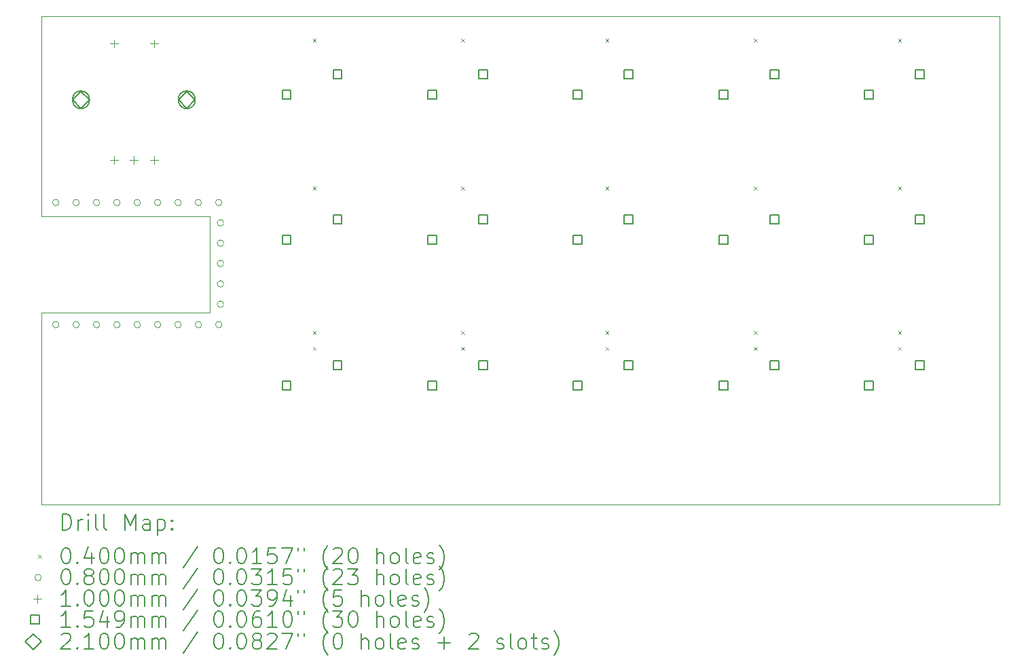
<source format=gbr>
%TF.GenerationSoftware,KiCad,Pcbnew,7.0.8-7.0.8~ubuntu23.04.1*%
%TF.CreationDate,2023-10-31T21:45:31+10:00*%
%TF.ProjectId,SkyMusicPad,536b794d-7573-4696-9350-61642e6b6963,rev?*%
%TF.SameCoordinates,Original*%
%TF.FileFunction,Drillmap*%
%TF.FilePolarity,Positive*%
%FSLAX45Y45*%
G04 Gerber Fmt 4.5, Leading zero omitted, Abs format (unit mm)*
G04 Created by KiCad (PCBNEW 7.0.8-7.0.8~ubuntu23.04.1) date 2023-10-31 21:45:31*
%MOMM*%
%LPD*%
G01*
G04 APERTURE LIST*
%ADD10C,0.100000*%
%ADD11C,0.200000*%
%ADD12C,0.040000*%
%ADD13C,0.080000*%
%ADD14C,0.154940*%
%ADD15C,0.210000*%
G04 APERTURE END LIST*
D10*
X2000000Y-3000000D02*
X13940000Y-3000000D01*
X2000000Y-5500000D02*
X2000000Y-3000000D01*
X13940000Y-3000000D02*
X13940000Y-9100000D01*
X4100000Y-5500000D02*
X2000000Y-5500000D01*
X2000000Y-9100000D02*
X2000000Y-6700000D01*
X4100000Y-6700000D02*
X4100000Y-5500000D01*
X13940000Y-9100000D02*
X2000000Y-9100000D01*
X2000000Y-6700000D02*
X4100000Y-6700000D01*
D11*
D12*
X5380000Y-3280000D02*
X5420000Y-3320000D01*
X5420000Y-3280000D02*
X5380000Y-3320000D01*
X5380000Y-5130000D02*
X5420000Y-5170000D01*
X5420000Y-5130000D02*
X5380000Y-5170000D01*
X5380000Y-6930000D02*
X5420000Y-6970000D01*
X5420000Y-6930000D02*
X5380000Y-6970000D01*
X5380000Y-7130000D02*
X5420000Y-7170000D01*
X5420000Y-7130000D02*
X5380000Y-7170000D01*
X7230000Y-3280000D02*
X7270000Y-3320000D01*
X7270000Y-3280000D02*
X7230000Y-3320000D01*
X7230000Y-5130000D02*
X7270000Y-5170000D01*
X7270000Y-5130000D02*
X7230000Y-5170000D01*
X7230000Y-6930000D02*
X7270000Y-6970000D01*
X7270000Y-6930000D02*
X7230000Y-6970000D01*
X7230000Y-7130000D02*
X7270000Y-7170000D01*
X7270000Y-7130000D02*
X7230000Y-7170000D01*
X9030000Y-3280000D02*
X9070000Y-3320000D01*
X9070000Y-3280000D02*
X9030000Y-3320000D01*
X9030000Y-5130000D02*
X9070000Y-5170000D01*
X9070000Y-5130000D02*
X9030000Y-5170000D01*
X9030000Y-6930000D02*
X9070000Y-6970000D01*
X9070000Y-6930000D02*
X9030000Y-6970000D01*
X9030000Y-7130000D02*
X9070000Y-7170000D01*
X9070000Y-7130000D02*
X9030000Y-7170000D01*
X10880000Y-3280000D02*
X10920000Y-3320000D01*
X10920000Y-3280000D02*
X10880000Y-3320000D01*
X10880000Y-5130000D02*
X10920000Y-5170000D01*
X10920000Y-5130000D02*
X10880000Y-5170000D01*
X10880000Y-6930000D02*
X10920000Y-6970000D01*
X10920000Y-6930000D02*
X10880000Y-6970000D01*
X10880000Y-7130000D02*
X10920000Y-7170000D01*
X10920000Y-7130000D02*
X10880000Y-7170000D01*
X12680000Y-3280000D02*
X12720000Y-3320000D01*
X12720000Y-3280000D02*
X12680000Y-3320000D01*
X12680000Y-5130000D02*
X12720000Y-5170000D01*
X12720000Y-5130000D02*
X12680000Y-5170000D01*
X12680000Y-6930000D02*
X12720000Y-6970000D01*
X12720000Y-6930000D02*
X12680000Y-6970000D01*
X12680000Y-7130000D02*
X12720000Y-7170000D01*
X12720000Y-7130000D02*
X12680000Y-7170000D01*
D13*
X2216500Y-5327500D02*
G75*
G03*
X2216500Y-5327500I-40000J0D01*
G01*
X2216500Y-6851500D02*
G75*
G03*
X2216500Y-6851500I-40000J0D01*
G01*
X2470500Y-5327500D02*
G75*
G03*
X2470500Y-5327500I-40000J0D01*
G01*
X2470500Y-6851500D02*
G75*
G03*
X2470500Y-6851500I-40000J0D01*
G01*
X2724500Y-5327500D02*
G75*
G03*
X2724500Y-5327500I-40000J0D01*
G01*
X2724500Y-6851500D02*
G75*
G03*
X2724500Y-6851500I-40000J0D01*
G01*
X2978500Y-5327500D02*
G75*
G03*
X2978500Y-5327500I-40000J0D01*
G01*
X2978500Y-6851500D02*
G75*
G03*
X2978500Y-6851500I-40000J0D01*
G01*
X3232500Y-5327500D02*
G75*
G03*
X3232500Y-5327500I-40000J0D01*
G01*
X3232500Y-6851500D02*
G75*
G03*
X3232500Y-6851500I-40000J0D01*
G01*
X3486500Y-5327500D02*
G75*
G03*
X3486500Y-5327500I-40000J0D01*
G01*
X3486500Y-6851500D02*
G75*
G03*
X3486500Y-6851500I-40000J0D01*
G01*
X3740500Y-5327500D02*
G75*
G03*
X3740500Y-5327500I-40000J0D01*
G01*
X3740500Y-6851500D02*
G75*
G03*
X3740500Y-6851500I-40000J0D01*
G01*
X3994500Y-5327500D02*
G75*
G03*
X3994500Y-5327500I-40000J0D01*
G01*
X3994500Y-6851500D02*
G75*
G03*
X3994500Y-6851500I-40000J0D01*
G01*
X4248500Y-5327500D02*
G75*
G03*
X4248500Y-5327500I-40000J0D01*
G01*
X4248500Y-6851500D02*
G75*
G03*
X4248500Y-6851500I-40000J0D01*
G01*
X4269500Y-5581500D02*
G75*
G03*
X4269500Y-5581500I-40000J0D01*
G01*
X4269500Y-5835500D02*
G75*
G03*
X4269500Y-5835500I-40000J0D01*
G01*
X4269500Y-6089500D02*
G75*
G03*
X4269500Y-6089500I-40000J0D01*
G01*
X4269500Y-6343500D02*
G75*
G03*
X4269500Y-6343500I-40000J0D01*
G01*
X4269500Y-6597500D02*
G75*
G03*
X4269500Y-6597500I-40000J0D01*
G01*
D10*
X2900000Y-3295000D02*
X2900000Y-3395000D01*
X2850000Y-3345000D02*
X2950000Y-3345000D01*
X2900000Y-4745000D02*
X2900000Y-4845000D01*
X2850000Y-4795000D02*
X2950000Y-4795000D01*
X3150000Y-4745000D02*
X3150000Y-4845000D01*
X3100000Y-4795000D02*
X3200000Y-4795000D01*
X3400000Y-3295000D02*
X3400000Y-3395000D01*
X3350000Y-3345000D02*
X3450000Y-3345000D01*
X3400000Y-4745000D02*
X3400000Y-4845000D01*
X3350000Y-4795000D02*
X3450000Y-4795000D01*
D14*
X5108780Y-4035780D02*
X5108780Y-3926220D01*
X4999220Y-3926220D01*
X4999220Y-4035780D01*
X5108780Y-4035780D01*
X5108780Y-5850780D02*
X5108780Y-5741220D01*
X4999220Y-5741220D01*
X4999220Y-5850780D01*
X5108780Y-5850780D01*
X5108780Y-7665780D02*
X5108780Y-7556220D01*
X4999220Y-7556220D01*
X4999220Y-7665780D01*
X5108780Y-7665780D01*
X5743780Y-3781780D02*
X5743780Y-3672220D01*
X5634220Y-3672220D01*
X5634220Y-3781780D01*
X5743780Y-3781780D01*
X5743780Y-5596780D02*
X5743780Y-5487220D01*
X5634220Y-5487220D01*
X5634220Y-5596780D01*
X5743780Y-5596780D01*
X5743780Y-7411780D02*
X5743780Y-7302220D01*
X5634220Y-7302220D01*
X5634220Y-7411780D01*
X5743780Y-7411780D01*
X6923780Y-4035780D02*
X6923780Y-3926220D01*
X6814220Y-3926220D01*
X6814220Y-4035780D01*
X6923780Y-4035780D01*
X6923780Y-5850780D02*
X6923780Y-5741220D01*
X6814220Y-5741220D01*
X6814220Y-5850780D01*
X6923780Y-5850780D01*
X6923780Y-7665780D02*
X6923780Y-7556220D01*
X6814220Y-7556220D01*
X6814220Y-7665780D01*
X6923780Y-7665780D01*
X7558780Y-3781780D02*
X7558780Y-3672220D01*
X7449220Y-3672220D01*
X7449220Y-3781780D01*
X7558780Y-3781780D01*
X7558780Y-5596780D02*
X7558780Y-5487220D01*
X7449220Y-5487220D01*
X7449220Y-5596780D01*
X7558780Y-5596780D01*
X7558780Y-7411780D02*
X7558780Y-7302220D01*
X7449220Y-7302220D01*
X7449220Y-7411780D01*
X7558780Y-7411780D01*
X8738780Y-4035780D02*
X8738780Y-3926220D01*
X8629220Y-3926220D01*
X8629220Y-4035780D01*
X8738780Y-4035780D01*
X8738780Y-5850780D02*
X8738780Y-5741220D01*
X8629220Y-5741220D01*
X8629220Y-5850780D01*
X8738780Y-5850780D01*
X8738780Y-7665780D02*
X8738780Y-7556220D01*
X8629220Y-7556220D01*
X8629220Y-7665780D01*
X8738780Y-7665780D01*
X9373780Y-3781780D02*
X9373780Y-3672220D01*
X9264220Y-3672220D01*
X9264220Y-3781780D01*
X9373780Y-3781780D01*
X9373780Y-5596780D02*
X9373780Y-5487220D01*
X9264220Y-5487220D01*
X9264220Y-5596780D01*
X9373780Y-5596780D01*
X9373780Y-7411780D02*
X9373780Y-7302220D01*
X9264220Y-7302220D01*
X9264220Y-7411780D01*
X9373780Y-7411780D01*
X10553780Y-4035780D02*
X10553780Y-3926220D01*
X10444220Y-3926220D01*
X10444220Y-4035780D01*
X10553780Y-4035780D01*
X10553780Y-5850780D02*
X10553780Y-5741220D01*
X10444220Y-5741220D01*
X10444220Y-5850780D01*
X10553780Y-5850780D01*
X10553780Y-7665780D02*
X10553780Y-7556220D01*
X10444220Y-7556220D01*
X10444220Y-7665780D01*
X10553780Y-7665780D01*
X11188780Y-3781780D02*
X11188780Y-3672220D01*
X11079220Y-3672220D01*
X11079220Y-3781780D01*
X11188780Y-3781780D01*
X11188780Y-5596780D02*
X11188780Y-5487220D01*
X11079220Y-5487220D01*
X11079220Y-5596780D01*
X11188780Y-5596780D01*
X11188780Y-7411780D02*
X11188780Y-7302220D01*
X11079220Y-7302220D01*
X11079220Y-7411780D01*
X11188780Y-7411780D01*
X12368780Y-4035780D02*
X12368780Y-3926220D01*
X12259220Y-3926220D01*
X12259220Y-4035780D01*
X12368780Y-4035780D01*
X12368780Y-5850780D02*
X12368780Y-5741220D01*
X12259220Y-5741220D01*
X12259220Y-5850780D01*
X12368780Y-5850780D01*
X12368780Y-7665780D02*
X12368780Y-7556220D01*
X12259220Y-7556220D01*
X12259220Y-7665780D01*
X12368780Y-7665780D01*
X13003780Y-3781780D02*
X13003780Y-3672220D01*
X12894220Y-3672220D01*
X12894220Y-3781780D01*
X13003780Y-3781780D01*
X13003780Y-5596780D02*
X13003780Y-5487220D01*
X12894220Y-5487220D01*
X12894220Y-5596780D01*
X13003780Y-5596780D01*
X13003780Y-7411780D02*
X13003780Y-7302220D01*
X12894220Y-7302220D01*
X12894220Y-7411780D01*
X13003780Y-7411780D01*
D15*
X2490000Y-4150000D02*
X2595000Y-4045000D01*
X2490000Y-3940000D01*
X2385000Y-4045000D01*
X2490000Y-4150000D01*
D11*
X2385000Y-4040000D02*
X2385000Y-4050000D01*
X2385000Y-4050000D02*
G75*
G03*
X2595000Y-4050000I105000J0D01*
G01*
X2595000Y-4050000D02*
X2595000Y-4040000D01*
X2595000Y-4040000D02*
G75*
G03*
X2385000Y-4040000I-105000J0D01*
G01*
D15*
X3810000Y-4150000D02*
X3915000Y-4045000D01*
X3810000Y-3940000D01*
X3705000Y-4045000D01*
X3810000Y-4150000D01*
D11*
X3705000Y-4040000D02*
X3705000Y-4050000D01*
X3705000Y-4050000D02*
G75*
G03*
X3915000Y-4050000I105000J0D01*
G01*
X3915000Y-4050000D02*
X3915000Y-4040000D01*
X3915000Y-4040000D02*
G75*
G03*
X3705000Y-4040000I-105000J0D01*
G01*
X2255777Y-9416484D02*
X2255777Y-9216484D01*
X2255777Y-9216484D02*
X2303396Y-9216484D01*
X2303396Y-9216484D02*
X2331967Y-9226008D01*
X2331967Y-9226008D02*
X2351015Y-9245055D01*
X2351015Y-9245055D02*
X2360539Y-9264103D01*
X2360539Y-9264103D02*
X2370063Y-9302198D01*
X2370063Y-9302198D02*
X2370063Y-9330770D01*
X2370063Y-9330770D02*
X2360539Y-9368865D01*
X2360539Y-9368865D02*
X2351015Y-9387912D01*
X2351015Y-9387912D02*
X2331967Y-9406960D01*
X2331967Y-9406960D02*
X2303396Y-9416484D01*
X2303396Y-9416484D02*
X2255777Y-9416484D01*
X2455777Y-9416484D02*
X2455777Y-9283150D01*
X2455777Y-9321246D02*
X2465301Y-9302198D01*
X2465301Y-9302198D02*
X2474824Y-9292674D01*
X2474824Y-9292674D02*
X2493872Y-9283150D01*
X2493872Y-9283150D02*
X2512920Y-9283150D01*
X2579586Y-9416484D02*
X2579586Y-9283150D01*
X2579586Y-9216484D02*
X2570063Y-9226008D01*
X2570063Y-9226008D02*
X2579586Y-9235531D01*
X2579586Y-9235531D02*
X2589110Y-9226008D01*
X2589110Y-9226008D02*
X2579586Y-9216484D01*
X2579586Y-9216484D02*
X2579586Y-9235531D01*
X2703396Y-9416484D02*
X2684348Y-9406960D01*
X2684348Y-9406960D02*
X2674824Y-9387912D01*
X2674824Y-9387912D02*
X2674824Y-9216484D01*
X2808158Y-9416484D02*
X2789110Y-9406960D01*
X2789110Y-9406960D02*
X2779586Y-9387912D01*
X2779586Y-9387912D02*
X2779586Y-9216484D01*
X3036729Y-9416484D02*
X3036729Y-9216484D01*
X3036729Y-9216484D02*
X3103396Y-9359341D01*
X3103396Y-9359341D02*
X3170062Y-9216484D01*
X3170062Y-9216484D02*
X3170062Y-9416484D01*
X3351015Y-9416484D02*
X3351015Y-9311722D01*
X3351015Y-9311722D02*
X3341491Y-9292674D01*
X3341491Y-9292674D02*
X3322443Y-9283150D01*
X3322443Y-9283150D02*
X3284348Y-9283150D01*
X3284348Y-9283150D02*
X3265301Y-9292674D01*
X3351015Y-9406960D02*
X3331967Y-9416484D01*
X3331967Y-9416484D02*
X3284348Y-9416484D01*
X3284348Y-9416484D02*
X3265301Y-9406960D01*
X3265301Y-9406960D02*
X3255777Y-9387912D01*
X3255777Y-9387912D02*
X3255777Y-9368865D01*
X3255777Y-9368865D02*
X3265301Y-9349817D01*
X3265301Y-9349817D02*
X3284348Y-9340293D01*
X3284348Y-9340293D02*
X3331967Y-9340293D01*
X3331967Y-9340293D02*
X3351015Y-9330770D01*
X3446253Y-9283150D02*
X3446253Y-9483150D01*
X3446253Y-9292674D02*
X3465301Y-9283150D01*
X3465301Y-9283150D02*
X3503396Y-9283150D01*
X3503396Y-9283150D02*
X3522443Y-9292674D01*
X3522443Y-9292674D02*
X3531967Y-9302198D01*
X3531967Y-9302198D02*
X3541491Y-9321246D01*
X3541491Y-9321246D02*
X3541491Y-9378389D01*
X3541491Y-9378389D02*
X3531967Y-9397436D01*
X3531967Y-9397436D02*
X3522443Y-9406960D01*
X3522443Y-9406960D02*
X3503396Y-9416484D01*
X3503396Y-9416484D02*
X3465301Y-9416484D01*
X3465301Y-9416484D02*
X3446253Y-9406960D01*
X3627205Y-9397436D02*
X3636729Y-9406960D01*
X3636729Y-9406960D02*
X3627205Y-9416484D01*
X3627205Y-9416484D02*
X3617682Y-9406960D01*
X3617682Y-9406960D02*
X3627205Y-9397436D01*
X3627205Y-9397436D02*
X3627205Y-9416484D01*
X3627205Y-9292674D02*
X3636729Y-9302198D01*
X3636729Y-9302198D02*
X3627205Y-9311722D01*
X3627205Y-9311722D02*
X3617682Y-9302198D01*
X3617682Y-9302198D02*
X3627205Y-9292674D01*
X3627205Y-9292674D02*
X3627205Y-9311722D01*
D12*
X1955000Y-9725000D02*
X1995000Y-9765000D01*
X1995000Y-9725000D02*
X1955000Y-9765000D01*
D11*
X2293872Y-9636484D02*
X2312920Y-9636484D01*
X2312920Y-9636484D02*
X2331967Y-9646008D01*
X2331967Y-9646008D02*
X2341491Y-9655531D01*
X2341491Y-9655531D02*
X2351015Y-9674579D01*
X2351015Y-9674579D02*
X2360539Y-9712674D01*
X2360539Y-9712674D02*
X2360539Y-9760293D01*
X2360539Y-9760293D02*
X2351015Y-9798389D01*
X2351015Y-9798389D02*
X2341491Y-9817436D01*
X2341491Y-9817436D02*
X2331967Y-9826960D01*
X2331967Y-9826960D02*
X2312920Y-9836484D01*
X2312920Y-9836484D02*
X2293872Y-9836484D01*
X2293872Y-9836484D02*
X2274824Y-9826960D01*
X2274824Y-9826960D02*
X2265301Y-9817436D01*
X2265301Y-9817436D02*
X2255777Y-9798389D01*
X2255777Y-9798389D02*
X2246253Y-9760293D01*
X2246253Y-9760293D02*
X2246253Y-9712674D01*
X2246253Y-9712674D02*
X2255777Y-9674579D01*
X2255777Y-9674579D02*
X2265301Y-9655531D01*
X2265301Y-9655531D02*
X2274824Y-9646008D01*
X2274824Y-9646008D02*
X2293872Y-9636484D01*
X2446253Y-9817436D02*
X2455777Y-9826960D01*
X2455777Y-9826960D02*
X2446253Y-9836484D01*
X2446253Y-9836484D02*
X2436729Y-9826960D01*
X2436729Y-9826960D02*
X2446253Y-9817436D01*
X2446253Y-9817436D02*
X2446253Y-9836484D01*
X2627205Y-9703150D02*
X2627205Y-9836484D01*
X2579586Y-9626960D02*
X2531967Y-9769817D01*
X2531967Y-9769817D02*
X2655777Y-9769817D01*
X2770063Y-9636484D02*
X2789110Y-9636484D01*
X2789110Y-9636484D02*
X2808158Y-9646008D01*
X2808158Y-9646008D02*
X2817682Y-9655531D01*
X2817682Y-9655531D02*
X2827205Y-9674579D01*
X2827205Y-9674579D02*
X2836729Y-9712674D01*
X2836729Y-9712674D02*
X2836729Y-9760293D01*
X2836729Y-9760293D02*
X2827205Y-9798389D01*
X2827205Y-9798389D02*
X2817682Y-9817436D01*
X2817682Y-9817436D02*
X2808158Y-9826960D01*
X2808158Y-9826960D02*
X2789110Y-9836484D01*
X2789110Y-9836484D02*
X2770063Y-9836484D01*
X2770063Y-9836484D02*
X2751015Y-9826960D01*
X2751015Y-9826960D02*
X2741491Y-9817436D01*
X2741491Y-9817436D02*
X2731967Y-9798389D01*
X2731967Y-9798389D02*
X2722444Y-9760293D01*
X2722444Y-9760293D02*
X2722444Y-9712674D01*
X2722444Y-9712674D02*
X2731967Y-9674579D01*
X2731967Y-9674579D02*
X2741491Y-9655531D01*
X2741491Y-9655531D02*
X2751015Y-9646008D01*
X2751015Y-9646008D02*
X2770063Y-9636484D01*
X2960539Y-9636484D02*
X2979586Y-9636484D01*
X2979586Y-9636484D02*
X2998634Y-9646008D01*
X2998634Y-9646008D02*
X3008158Y-9655531D01*
X3008158Y-9655531D02*
X3017682Y-9674579D01*
X3017682Y-9674579D02*
X3027205Y-9712674D01*
X3027205Y-9712674D02*
X3027205Y-9760293D01*
X3027205Y-9760293D02*
X3017682Y-9798389D01*
X3017682Y-9798389D02*
X3008158Y-9817436D01*
X3008158Y-9817436D02*
X2998634Y-9826960D01*
X2998634Y-9826960D02*
X2979586Y-9836484D01*
X2979586Y-9836484D02*
X2960539Y-9836484D01*
X2960539Y-9836484D02*
X2941491Y-9826960D01*
X2941491Y-9826960D02*
X2931967Y-9817436D01*
X2931967Y-9817436D02*
X2922443Y-9798389D01*
X2922443Y-9798389D02*
X2912920Y-9760293D01*
X2912920Y-9760293D02*
X2912920Y-9712674D01*
X2912920Y-9712674D02*
X2922443Y-9674579D01*
X2922443Y-9674579D02*
X2931967Y-9655531D01*
X2931967Y-9655531D02*
X2941491Y-9646008D01*
X2941491Y-9646008D02*
X2960539Y-9636484D01*
X3112920Y-9836484D02*
X3112920Y-9703150D01*
X3112920Y-9722198D02*
X3122443Y-9712674D01*
X3122443Y-9712674D02*
X3141491Y-9703150D01*
X3141491Y-9703150D02*
X3170063Y-9703150D01*
X3170063Y-9703150D02*
X3189110Y-9712674D01*
X3189110Y-9712674D02*
X3198634Y-9731722D01*
X3198634Y-9731722D02*
X3198634Y-9836484D01*
X3198634Y-9731722D02*
X3208158Y-9712674D01*
X3208158Y-9712674D02*
X3227205Y-9703150D01*
X3227205Y-9703150D02*
X3255777Y-9703150D01*
X3255777Y-9703150D02*
X3274824Y-9712674D01*
X3274824Y-9712674D02*
X3284348Y-9731722D01*
X3284348Y-9731722D02*
X3284348Y-9836484D01*
X3379586Y-9836484D02*
X3379586Y-9703150D01*
X3379586Y-9722198D02*
X3389110Y-9712674D01*
X3389110Y-9712674D02*
X3408158Y-9703150D01*
X3408158Y-9703150D02*
X3436729Y-9703150D01*
X3436729Y-9703150D02*
X3455777Y-9712674D01*
X3455777Y-9712674D02*
X3465301Y-9731722D01*
X3465301Y-9731722D02*
X3465301Y-9836484D01*
X3465301Y-9731722D02*
X3474824Y-9712674D01*
X3474824Y-9712674D02*
X3493872Y-9703150D01*
X3493872Y-9703150D02*
X3522443Y-9703150D01*
X3522443Y-9703150D02*
X3541491Y-9712674D01*
X3541491Y-9712674D02*
X3551015Y-9731722D01*
X3551015Y-9731722D02*
X3551015Y-9836484D01*
X3941491Y-9626960D02*
X3770063Y-9884103D01*
X4198634Y-9636484D02*
X4217682Y-9636484D01*
X4217682Y-9636484D02*
X4236729Y-9646008D01*
X4236729Y-9646008D02*
X4246253Y-9655531D01*
X4246253Y-9655531D02*
X4255777Y-9674579D01*
X4255777Y-9674579D02*
X4265301Y-9712674D01*
X4265301Y-9712674D02*
X4265301Y-9760293D01*
X4265301Y-9760293D02*
X4255777Y-9798389D01*
X4255777Y-9798389D02*
X4246253Y-9817436D01*
X4246253Y-9817436D02*
X4236729Y-9826960D01*
X4236729Y-9826960D02*
X4217682Y-9836484D01*
X4217682Y-9836484D02*
X4198634Y-9836484D01*
X4198634Y-9836484D02*
X4179586Y-9826960D01*
X4179586Y-9826960D02*
X4170063Y-9817436D01*
X4170063Y-9817436D02*
X4160539Y-9798389D01*
X4160539Y-9798389D02*
X4151015Y-9760293D01*
X4151015Y-9760293D02*
X4151015Y-9712674D01*
X4151015Y-9712674D02*
X4160539Y-9674579D01*
X4160539Y-9674579D02*
X4170063Y-9655531D01*
X4170063Y-9655531D02*
X4179586Y-9646008D01*
X4179586Y-9646008D02*
X4198634Y-9636484D01*
X4351015Y-9817436D02*
X4360539Y-9826960D01*
X4360539Y-9826960D02*
X4351015Y-9836484D01*
X4351015Y-9836484D02*
X4341491Y-9826960D01*
X4341491Y-9826960D02*
X4351015Y-9817436D01*
X4351015Y-9817436D02*
X4351015Y-9836484D01*
X4484348Y-9636484D02*
X4503396Y-9636484D01*
X4503396Y-9636484D02*
X4522444Y-9646008D01*
X4522444Y-9646008D02*
X4531968Y-9655531D01*
X4531968Y-9655531D02*
X4541491Y-9674579D01*
X4541491Y-9674579D02*
X4551015Y-9712674D01*
X4551015Y-9712674D02*
X4551015Y-9760293D01*
X4551015Y-9760293D02*
X4541491Y-9798389D01*
X4541491Y-9798389D02*
X4531968Y-9817436D01*
X4531968Y-9817436D02*
X4522444Y-9826960D01*
X4522444Y-9826960D02*
X4503396Y-9836484D01*
X4503396Y-9836484D02*
X4484348Y-9836484D01*
X4484348Y-9836484D02*
X4465301Y-9826960D01*
X4465301Y-9826960D02*
X4455777Y-9817436D01*
X4455777Y-9817436D02*
X4446253Y-9798389D01*
X4446253Y-9798389D02*
X4436729Y-9760293D01*
X4436729Y-9760293D02*
X4436729Y-9712674D01*
X4436729Y-9712674D02*
X4446253Y-9674579D01*
X4446253Y-9674579D02*
X4455777Y-9655531D01*
X4455777Y-9655531D02*
X4465301Y-9646008D01*
X4465301Y-9646008D02*
X4484348Y-9636484D01*
X4741491Y-9836484D02*
X4627206Y-9836484D01*
X4684348Y-9836484D02*
X4684348Y-9636484D01*
X4684348Y-9636484D02*
X4665301Y-9665055D01*
X4665301Y-9665055D02*
X4646253Y-9684103D01*
X4646253Y-9684103D02*
X4627206Y-9693627D01*
X4922444Y-9636484D02*
X4827206Y-9636484D01*
X4827206Y-9636484D02*
X4817682Y-9731722D01*
X4817682Y-9731722D02*
X4827206Y-9722198D01*
X4827206Y-9722198D02*
X4846253Y-9712674D01*
X4846253Y-9712674D02*
X4893872Y-9712674D01*
X4893872Y-9712674D02*
X4912920Y-9722198D01*
X4912920Y-9722198D02*
X4922444Y-9731722D01*
X4922444Y-9731722D02*
X4931968Y-9750770D01*
X4931968Y-9750770D02*
X4931968Y-9798389D01*
X4931968Y-9798389D02*
X4922444Y-9817436D01*
X4922444Y-9817436D02*
X4912920Y-9826960D01*
X4912920Y-9826960D02*
X4893872Y-9836484D01*
X4893872Y-9836484D02*
X4846253Y-9836484D01*
X4846253Y-9836484D02*
X4827206Y-9826960D01*
X4827206Y-9826960D02*
X4817682Y-9817436D01*
X4998634Y-9636484D02*
X5131968Y-9636484D01*
X5131968Y-9636484D02*
X5046253Y-9836484D01*
X5198634Y-9636484D02*
X5198634Y-9674579D01*
X5274825Y-9636484D02*
X5274825Y-9674579D01*
X5570063Y-9912674D02*
X5560539Y-9903150D01*
X5560539Y-9903150D02*
X5541491Y-9874579D01*
X5541491Y-9874579D02*
X5531968Y-9855531D01*
X5531968Y-9855531D02*
X5522444Y-9826960D01*
X5522444Y-9826960D02*
X5512920Y-9779341D01*
X5512920Y-9779341D02*
X5512920Y-9741246D01*
X5512920Y-9741246D02*
X5522444Y-9693627D01*
X5522444Y-9693627D02*
X5531968Y-9665055D01*
X5531968Y-9665055D02*
X5541491Y-9646008D01*
X5541491Y-9646008D02*
X5560539Y-9617436D01*
X5560539Y-9617436D02*
X5570063Y-9607912D01*
X5636729Y-9655531D02*
X5646253Y-9646008D01*
X5646253Y-9646008D02*
X5665301Y-9636484D01*
X5665301Y-9636484D02*
X5712920Y-9636484D01*
X5712920Y-9636484D02*
X5731968Y-9646008D01*
X5731968Y-9646008D02*
X5741491Y-9655531D01*
X5741491Y-9655531D02*
X5751015Y-9674579D01*
X5751015Y-9674579D02*
X5751015Y-9693627D01*
X5751015Y-9693627D02*
X5741491Y-9722198D01*
X5741491Y-9722198D02*
X5627206Y-9836484D01*
X5627206Y-9836484D02*
X5751015Y-9836484D01*
X5874825Y-9636484D02*
X5893872Y-9636484D01*
X5893872Y-9636484D02*
X5912920Y-9646008D01*
X5912920Y-9646008D02*
X5922444Y-9655531D01*
X5922444Y-9655531D02*
X5931968Y-9674579D01*
X5931968Y-9674579D02*
X5941491Y-9712674D01*
X5941491Y-9712674D02*
X5941491Y-9760293D01*
X5941491Y-9760293D02*
X5931968Y-9798389D01*
X5931968Y-9798389D02*
X5922444Y-9817436D01*
X5922444Y-9817436D02*
X5912920Y-9826960D01*
X5912920Y-9826960D02*
X5893872Y-9836484D01*
X5893872Y-9836484D02*
X5874825Y-9836484D01*
X5874825Y-9836484D02*
X5855777Y-9826960D01*
X5855777Y-9826960D02*
X5846253Y-9817436D01*
X5846253Y-9817436D02*
X5836729Y-9798389D01*
X5836729Y-9798389D02*
X5827206Y-9760293D01*
X5827206Y-9760293D02*
X5827206Y-9712674D01*
X5827206Y-9712674D02*
X5836729Y-9674579D01*
X5836729Y-9674579D02*
X5846253Y-9655531D01*
X5846253Y-9655531D02*
X5855777Y-9646008D01*
X5855777Y-9646008D02*
X5874825Y-9636484D01*
X6179587Y-9836484D02*
X6179587Y-9636484D01*
X6265301Y-9836484D02*
X6265301Y-9731722D01*
X6265301Y-9731722D02*
X6255777Y-9712674D01*
X6255777Y-9712674D02*
X6236730Y-9703150D01*
X6236730Y-9703150D02*
X6208158Y-9703150D01*
X6208158Y-9703150D02*
X6189110Y-9712674D01*
X6189110Y-9712674D02*
X6179587Y-9722198D01*
X6389110Y-9836484D02*
X6370063Y-9826960D01*
X6370063Y-9826960D02*
X6360539Y-9817436D01*
X6360539Y-9817436D02*
X6351015Y-9798389D01*
X6351015Y-9798389D02*
X6351015Y-9741246D01*
X6351015Y-9741246D02*
X6360539Y-9722198D01*
X6360539Y-9722198D02*
X6370063Y-9712674D01*
X6370063Y-9712674D02*
X6389110Y-9703150D01*
X6389110Y-9703150D02*
X6417682Y-9703150D01*
X6417682Y-9703150D02*
X6436730Y-9712674D01*
X6436730Y-9712674D02*
X6446253Y-9722198D01*
X6446253Y-9722198D02*
X6455777Y-9741246D01*
X6455777Y-9741246D02*
X6455777Y-9798389D01*
X6455777Y-9798389D02*
X6446253Y-9817436D01*
X6446253Y-9817436D02*
X6436730Y-9826960D01*
X6436730Y-9826960D02*
X6417682Y-9836484D01*
X6417682Y-9836484D02*
X6389110Y-9836484D01*
X6570063Y-9836484D02*
X6551015Y-9826960D01*
X6551015Y-9826960D02*
X6541491Y-9807912D01*
X6541491Y-9807912D02*
X6541491Y-9636484D01*
X6722444Y-9826960D02*
X6703396Y-9836484D01*
X6703396Y-9836484D02*
X6665301Y-9836484D01*
X6665301Y-9836484D02*
X6646253Y-9826960D01*
X6646253Y-9826960D02*
X6636730Y-9807912D01*
X6636730Y-9807912D02*
X6636730Y-9731722D01*
X6636730Y-9731722D02*
X6646253Y-9712674D01*
X6646253Y-9712674D02*
X6665301Y-9703150D01*
X6665301Y-9703150D02*
X6703396Y-9703150D01*
X6703396Y-9703150D02*
X6722444Y-9712674D01*
X6722444Y-9712674D02*
X6731968Y-9731722D01*
X6731968Y-9731722D02*
X6731968Y-9750770D01*
X6731968Y-9750770D02*
X6636730Y-9769817D01*
X6808158Y-9826960D02*
X6827206Y-9836484D01*
X6827206Y-9836484D02*
X6865301Y-9836484D01*
X6865301Y-9836484D02*
X6884349Y-9826960D01*
X6884349Y-9826960D02*
X6893872Y-9807912D01*
X6893872Y-9807912D02*
X6893872Y-9798389D01*
X6893872Y-9798389D02*
X6884349Y-9779341D01*
X6884349Y-9779341D02*
X6865301Y-9769817D01*
X6865301Y-9769817D02*
X6836730Y-9769817D01*
X6836730Y-9769817D02*
X6817682Y-9760293D01*
X6817682Y-9760293D02*
X6808158Y-9741246D01*
X6808158Y-9741246D02*
X6808158Y-9731722D01*
X6808158Y-9731722D02*
X6817682Y-9712674D01*
X6817682Y-9712674D02*
X6836730Y-9703150D01*
X6836730Y-9703150D02*
X6865301Y-9703150D01*
X6865301Y-9703150D02*
X6884349Y-9712674D01*
X6960539Y-9912674D02*
X6970063Y-9903150D01*
X6970063Y-9903150D02*
X6989111Y-9874579D01*
X6989111Y-9874579D02*
X6998634Y-9855531D01*
X6998634Y-9855531D02*
X7008158Y-9826960D01*
X7008158Y-9826960D02*
X7017682Y-9779341D01*
X7017682Y-9779341D02*
X7017682Y-9741246D01*
X7017682Y-9741246D02*
X7008158Y-9693627D01*
X7008158Y-9693627D02*
X6998634Y-9665055D01*
X6998634Y-9665055D02*
X6989111Y-9646008D01*
X6989111Y-9646008D02*
X6970063Y-9617436D01*
X6970063Y-9617436D02*
X6960539Y-9607912D01*
D13*
X1995000Y-10009000D02*
G75*
G03*
X1995000Y-10009000I-40000J0D01*
G01*
D11*
X2293872Y-9900484D02*
X2312920Y-9900484D01*
X2312920Y-9900484D02*
X2331967Y-9910008D01*
X2331967Y-9910008D02*
X2341491Y-9919531D01*
X2341491Y-9919531D02*
X2351015Y-9938579D01*
X2351015Y-9938579D02*
X2360539Y-9976674D01*
X2360539Y-9976674D02*
X2360539Y-10024293D01*
X2360539Y-10024293D02*
X2351015Y-10062389D01*
X2351015Y-10062389D02*
X2341491Y-10081436D01*
X2341491Y-10081436D02*
X2331967Y-10090960D01*
X2331967Y-10090960D02*
X2312920Y-10100484D01*
X2312920Y-10100484D02*
X2293872Y-10100484D01*
X2293872Y-10100484D02*
X2274824Y-10090960D01*
X2274824Y-10090960D02*
X2265301Y-10081436D01*
X2265301Y-10081436D02*
X2255777Y-10062389D01*
X2255777Y-10062389D02*
X2246253Y-10024293D01*
X2246253Y-10024293D02*
X2246253Y-9976674D01*
X2246253Y-9976674D02*
X2255777Y-9938579D01*
X2255777Y-9938579D02*
X2265301Y-9919531D01*
X2265301Y-9919531D02*
X2274824Y-9910008D01*
X2274824Y-9910008D02*
X2293872Y-9900484D01*
X2446253Y-10081436D02*
X2455777Y-10090960D01*
X2455777Y-10090960D02*
X2446253Y-10100484D01*
X2446253Y-10100484D02*
X2436729Y-10090960D01*
X2436729Y-10090960D02*
X2446253Y-10081436D01*
X2446253Y-10081436D02*
X2446253Y-10100484D01*
X2570063Y-9986198D02*
X2551015Y-9976674D01*
X2551015Y-9976674D02*
X2541491Y-9967150D01*
X2541491Y-9967150D02*
X2531967Y-9948103D01*
X2531967Y-9948103D02*
X2531967Y-9938579D01*
X2531967Y-9938579D02*
X2541491Y-9919531D01*
X2541491Y-9919531D02*
X2551015Y-9910008D01*
X2551015Y-9910008D02*
X2570063Y-9900484D01*
X2570063Y-9900484D02*
X2608158Y-9900484D01*
X2608158Y-9900484D02*
X2627205Y-9910008D01*
X2627205Y-9910008D02*
X2636729Y-9919531D01*
X2636729Y-9919531D02*
X2646253Y-9938579D01*
X2646253Y-9938579D02*
X2646253Y-9948103D01*
X2646253Y-9948103D02*
X2636729Y-9967150D01*
X2636729Y-9967150D02*
X2627205Y-9976674D01*
X2627205Y-9976674D02*
X2608158Y-9986198D01*
X2608158Y-9986198D02*
X2570063Y-9986198D01*
X2570063Y-9986198D02*
X2551015Y-9995722D01*
X2551015Y-9995722D02*
X2541491Y-10005246D01*
X2541491Y-10005246D02*
X2531967Y-10024293D01*
X2531967Y-10024293D02*
X2531967Y-10062389D01*
X2531967Y-10062389D02*
X2541491Y-10081436D01*
X2541491Y-10081436D02*
X2551015Y-10090960D01*
X2551015Y-10090960D02*
X2570063Y-10100484D01*
X2570063Y-10100484D02*
X2608158Y-10100484D01*
X2608158Y-10100484D02*
X2627205Y-10090960D01*
X2627205Y-10090960D02*
X2636729Y-10081436D01*
X2636729Y-10081436D02*
X2646253Y-10062389D01*
X2646253Y-10062389D02*
X2646253Y-10024293D01*
X2646253Y-10024293D02*
X2636729Y-10005246D01*
X2636729Y-10005246D02*
X2627205Y-9995722D01*
X2627205Y-9995722D02*
X2608158Y-9986198D01*
X2770063Y-9900484D02*
X2789110Y-9900484D01*
X2789110Y-9900484D02*
X2808158Y-9910008D01*
X2808158Y-9910008D02*
X2817682Y-9919531D01*
X2817682Y-9919531D02*
X2827205Y-9938579D01*
X2827205Y-9938579D02*
X2836729Y-9976674D01*
X2836729Y-9976674D02*
X2836729Y-10024293D01*
X2836729Y-10024293D02*
X2827205Y-10062389D01*
X2827205Y-10062389D02*
X2817682Y-10081436D01*
X2817682Y-10081436D02*
X2808158Y-10090960D01*
X2808158Y-10090960D02*
X2789110Y-10100484D01*
X2789110Y-10100484D02*
X2770063Y-10100484D01*
X2770063Y-10100484D02*
X2751015Y-10090960D01*
X2751015Y-10090960D02*
X2741491Y-10081436D01*
X2741491Y-10081436D02*
X2731967Y-10062389D01*
X2731967Y-10062389D02*
X2722444Y-10024293D01*
X2722444Y-10024293D02*
X2722444Y-9976674D01*
X2722444Y-9976674D02*
X2731967Y-9938579D01*
X2731967Y-9938579D02*
X2741491Y-9919531D01*
X2741491Y-9919531D02*
X2751015Y-9910008D01*
X2751015Y-9910008D02*
X2770063Y-9900484D01*
X2960539Y-9900484D02*
X2979586Y-9900484D01*
X2979586Y-9900484D02*
X2998634Y-9910008D01*
X2998634Y-9910008D02*
X3008158Y-9919531D01*
X3008158Y-9919531D02*
X3017682Y-9938579D01*
X3017682Y-9938579D02*
X3027205Y-9976674D01*
X3027205Y-9976674D02*
X3027205Y-10024293D01*
X3027205Y-10024293D02*
X3017682Y-10062389D01*
X3017682Y-10062389D02*
X3008158Y-10081436D01*
X3008158Y-10081436D02*
X2998634Y-10090960D01*
X2998634Y-10090960D02*
X2979586Y-10100484D01*
X2979586Y-10100484D02*
X2960539Y-10100484D01*
X2960539Y-10100484D02*
X2941491Y-10090960D01*
X2941491Y-10090960D02*
X2931967Y-10081436D01*
X2931967Y-10081436D02*
X2922443Y-10062389D01*
X2922443Y-10062389D02*
X2912920Y-10024293D01*
X2912920Y-10024293D02*
X2912920Y-9976674D01*
X2912920Y-9976674D02*
X2922443Y-9938579D01*
X2922443Y-9938579D02*
X2931967Y-9919531D01*
X2931967Y-9919531D02*
X2941491Y-9910008D01*
X2941491Y-9910008D02*
X2960539Y-9900484D01*
X3112920Y-10100484D02*
X3112920Y-9967150D01*
X3112920Y-9986198D02*
X3122443Y-9976674D01*
X3122443Y-9976674D02*
X3141491Y-9967150D01*
X3141491Y-9967150D02*
X3170063Y-9967150D01*
X3170063Y-9967150D02*
X3189110Y-9976674D01*
X3189110Y-9976674D02*
X3198634Y-9995722D01*
X3198634Y-9995722D02*
X3198634Y-10100484D01*
X3198634Y-9995722D02*
X3208158Y-9976674D01*
X3208158Y-9976674D02*
X3227205Y-9967150D01*
X3227205Y-9967150D02*
X3255777Y-9967150D01*
X3255777Y-9967150D02*
X3274824Y-9976674D01*
X3274824Y-9976674D02*
X3284348Y-9995722D01*
X3284348Y-9995722D02*
X3284348Y-10100484D01*
X3379586Y-10100484D02*
X3379586Y-9967150D01*
X3379586Y-9986198D02*
X3389110Y-9976674D01*
X3389110Y-9976674D02*
X3408158Y-9967150D01*
X3408158Y-9967150D02*
X3436729Y-9967150D01*
X3436729Y-9967150D02*
X3455777Y-9976674D01*
X3455777Y-9976674D02*
X3465301Y-9995722D01*
X3465301Y-9995722D02*
X3465301Y-10100484D01*
X3465301Y-9995722D02*
X3474824Y-9976674D01*
X3474824Y-9976674D02*
X3493872Y-9967150D01*
X3493872Y-9967150D02*
X3522443Y-9967150D01*
X3522443Y-9967150D02*
X3541491Y-9976674D01*
X3541491Y-9976674D02*
X3551015Y-9995722D01*
X3551015Y-9995722D02*
X3551015Y-10100484D01*
X3941491Y-9890960D02*
X3770063Y-10148103D01*
X4198634Y-9900484D02*
X4217682Y-9900484D01*
X4217682Y-9900484D02*
X4236729Y-9910008D01*
X4236729Y-9910008D02*
X4246253Y-9919531D01*
X4246253Y-9919531D02*
X4255777Y-9938579D01*
X4255777Y-9938579D02*
X4265301Y-9976674D01*
X4265301Y-9976674D02*
X4265301Y-10024293D01*
X4265301Y-10024293D02*
X4255777Y-10062389D01*
X4255777Y-10062389D02*
X4246253Y-10081436D01*
X4246253Y-10081436D02*
X4236729Y-10090960D01*
X4236729Y-10090960D02*
X4217682Y-10100484D01*
X4217682Y-10100484D02*
X4198634Y-10100484D01*
X4198634Y-10100484D02*
X4179586Y-10090960D01*
X4179586Y-10090960D02*
X4170063Y-10081436D01*
X4170063Y-10081436D02*
X4160539Y-10062389D01*
X4160539Y-10062389D02*
X4151015Y-10024293D01*
X4151015Y-10024293D02*
X4151015Y-9976674D01*
X4151015Y-9976674D02*
X4160539Y-9938579D01*
X4160539Y-9938579D02*
X4170063Y-9919531D01*
X4170063Y-9919531D02*
X4179586Y-9910008D01*
X4179586Y-9910008D02*
X4198634Y-9900484D01*
X4351015Y-10081436D02*
X4360539Y-10090960D01*
X4360539Y-10090960D02*
X4351015Y-10100484D01*
X4351015Y-10100484D02*
X4341491Y-10090960D01*
X4341491Y-10090960D02*
X4351015Y-10081436D01*
X4351015Y-10081436D02*
X4351015Y-10100484D01*
X4484348Y-9900484D02*
X4503396Y-9900484D01*
X4503396Y-9900484D02*
X4522444Y-9910008D01*
X4522444Y-9910008D02*
X4531968Y-9919531D01*
X4531968Y-9919531D02*
X4541491Y-9938579D01*
X4541491Y-9938579D02*
X4551015Y-9976674D01*
X4551015Y-9976674D02*
X4551015Y-10024293D01*
X4551015Y-10024293D02*
X4541491Y-10062389D01*
X4541491Y-10062389D02*
X4531968Y-10081436D01*
X4531968Y-10081436D02*
X4522444Y-10090960D01*
X4522444Y-10090960D02*
X4503396Y-10100484D01*
X4503396Y-10100484D02*
X4484348Y-10100484D01*
X4484348Y-10100484D02*
X4465301Y-10090960D01*
X4465301Y-10090960D02*
X4455777Y-10081436D01*
X4455777Y-10081436D02*
X4446253Y-10062389D01*
X4446253Y-10062389D02*
X4436729Y-10024293D01*
X4436729Y-10024293D02*
X4436729Y-9976674D01*
X4436729Y-9976674D02*
X4446253Y-9938579D01*
X4446253Y-9938579D02*
X4455777Y-9919531D01*
X4455777Y-9919531D02*
X4465301Y-9910008D01*
X4465301Y-9910008D02*
X4484348Y-9900484D01*
X4617682Y-9900484D02*
X4741491Y-9900484D01*
X4741491Y-9900484D02*
X4674825Y-9976674D01*
X4674825Y-9976674D02*
X4703396Y-9976674D01*
X4703396Y-9976674D02*
X4722444Y-9986198D01*
X4722444Y-9986198D02*
X4731968Y-9995722D01*
X4731968Y-9995722D02*
X4741491Y-10014770D01*
X4741491Y-10014770D02*
X4741491Y-10062389D01*
X4741491Y-10062389D02*
X4731968Y-10081436D01*
X4731968Y-10081436D02*
X4722444Y-10090960D01*
X4722444Y-10090960D02*
X4703396Y-10100484D01*
X4703396Y-10100484D02*
X4646253Y-10100484D01*
X4646253Y-10100484D02*
X4627206Y-10090960D01*
X4627206Y-10090960D02*
X4617682Y-10081436D01*
X4931968Y-10100484D02*
X4817682Y-10100484D01*
X4874825Y-10100484D02*
X4874825Y-9900484D01*
X4874825Y-9900484D02*
X4855777Y-9929055D01*
X4855777Y-9929055D02*
X4836729Y-9948103D01*
X4836729Y-9948103D02*
X4817682Y-9957627D01*
X5112920Y-9900484D02*
X5017682Y-9900484D01*
X5017682Y-9900484D02*
X5008158Y-9995722D01*
X5008158Y-9995722D02*
X5017682Y-9986198D01*
X5017682Y-9986198D02*
X5036729Y-9976674D01*
X5036729Y-9976674D02*
X5084349Y-9976674D01*
X5084349Y-9976674D02*
X5103396Y-9986198D01*
X5103396Y-9986198D02*
X5112920Y-9995722D01*
X5112920Y-9995722D02*
X5122444Y-10014770D01*
X5122444Y-10014770D02*
X5122444Y-10062389D01*
X5122444Y-10062389D02*
X5112920Y-10081436D01*
X5112920Y-10081436D02*
X5103396Y-10090960D01*
X5103396Y-10090960D02*
X5084349Y-10100484D01*
X5084349Y-10100484D02*
X5036729Y-10100484D01*
X5036729Y-10100484D02*
X5017682Y-10090960D01*
X5017682Y-10090960D02*
X5008158Y-10081436D01*
X5198634Y-9900484D02*
X5198634Y-9938579D01*
X5274825Y-9900484D02*
X5274825Y-9938579D01*
X5570063Y-10176674D02*
X5560539Y-10167150D01*
X5560539Y-10167150D02*
X5541491Y-10138579D01*
X5541491Y-10138579D02*
X5531968Y-10119531D01*
X5531968Y-10119531D02*
X5522444Y-10090960D01*
X5522444Y-10090960D02*
X5512920Y-10043341D01*
X5512920Y-10043341D02*
X5512920Y-10005246D01*
X5512920Y-10005246D02*
X5522444Y-9957627D01*
X5522444Y-9957627D02*
X5531968Y-9929055D01*
X5531968Y-9929055D02*
X5541491Y-9910008D01*
X5541491Y-9910008D02*
X5560539Y-9881436D01*
X5560539Y-9881436D02*
X5570063Y-9871912D01*
X5636729Y-9919531D02*
X5646253Y-9910008D01*
X5646253Y-9910008D02*
X5665301Y-9900484D01*
X5665301Y-9900484D02*
X5712920Y-9900484D01*
X5712920Y-9900484D02*
X5731968Y-9910008D01*
X5731968Y-9910008D02*
X5741491Y-9919531D01*
X5741491Y-9919531D02*
X5751015Y-9938579D01*
X5751015Y-9938579D02*
X5751015Y-9957627D01*
X5751015Y-9957627D02*
X5741491Y-9986198D01*
X5741491Y-9986198D02*
X5627206Y-10100484D01*
X5627206Y-10100484D02*
X5751015Y-10100484D01*
X5817682Y-9900484D02*
X5941491Y-9900484D01*
X5941491Y-9900484D02*
X5874825Y-9976674D01*
X5874825Y-9976674D02*
X5903396Y-9976674D01*
X5903396Y-9976674D02*
X5922444Y-9986198D01*
X5922444Y-9986198D02*
X5931968Y-9995722D01*
X5931968Y-9995722D02*
X5941491Y-10014770D01*
X5941491Y-10014770D02*
X5941491Y-10062389D01*
X5941491Y-10062389D02*
X5931968Y-10081436D01*
X5931968Y-10081436D02*
X5922444Y-10090960D01*
X5922444Y-10090960D02*
X5903396Y-10100484D01*
X5903396Y-10100484D02*
X5846253Y-10100484D01*
X5846253Y-10100484D02*
X5827206Y-10090960D01*
X5827206Y-10090960D02*
X5817682Y-10081436D01*
X6179587Y-10100484D02*
X6179587Y-9900484D01*
X6265301Y-10100484D02*
X6265301Y-9995722D01*
X6265301Y-9995722D02*
X6255777Y-9976674D01*
X6255777Y-9976674D02*
X6236730Y-9967150D01*
X6236730Y-9967150D02*
X6208158Y-9967150D01*
X6208158Y-9967150D02*
X6189110Y-9976674D01*
X6189110Y-9976674D02*
X6179587Y-9986198D01*
X6389110Y-10100484D02*
X6370063Y-10090960D01*
X6370063Y-10090960D02*
X6360539Y-10081436D01*
X6360539Y-10081436D02*
X6351015Y-10062389D01*
X6351015Y-10062389D02*
X6351015Y-10005246D01*
X6351015Y-10005246D02*
X6360539Y-9986198D01*
X6360539Y-9986198D02*
X6370063Y-9976674D01*
X6370063Y-9976674D02*
X6389110Y-9967150D01*
X6389110Y-9967150D02*
X6417682Y-9967150D01*
X6417682Y-9967150D02*
X6436730Y-9976674D01*
X6436730Y-9976674D02*
X6446253Y-9986198D01*
X6446253Y-9986198D02*
X6455777Y-10005246D01*
X6455777Y-10005246D02*
X6455777Y-10062389D01*
X6455777Y-10062389D02*
X6446253Y-10081436D01*
X6446253Y-10081436D02*
X6436730Y-10090960D01*
X6436730Y-10090960D02*
X6417682Y-10100484D01*
X6417682Y-10100484D02*
X6389110Y-10100484D01*
X6570063Y-10100484D02*
X6551015Y-10090960D01*
X6551015Y-10090960D02*
X6541491Y-10071912D01*
X6541491Y-10071912D02*
X6541491Y-9900484D01*
X6722444Y-10090960D02*
X6703396Y-10100484D01*
X6703396Y-10100484D02*
X6665301Y-10100484D01*
X6665301Y-10100484D02*
X6646253Y-10090960D01*
X6646253Y-10090960D02*
X6636730Y-10071912D01*
X6636730Y-10071912D02*
X6636730Y-9995722D01*
X6636730Y-9995722D02*
X6646253Y-9976674D01*
X6646253Y-9976674D02*
X6665301Y-9967150D01*
X6665301Y-9967150D02*
X6703396Y-9967150D01*
X6703396Y-9967150D02*
X6722444Y-9976674D01*
X6722444Y-9976674D02*
X6731968Y-9995722D01*
X6731968Y-9995722D02*
X6731968Y-10014770D01*
X6731968Y-10014770D02*
X6636730Y-10033817D01*
X6808158Y-10090960D02*
X6827206Y-10100484D01*
X6827206Y-10100484D02*
X6865301Y-10100484D01*
X6865301Y-10100484D02*
X6884349Y-10090960D01*
X6884349Y-10090960D02*
X6893872Y-10071912D01*
X6893872Y-10071912D02*
X6893872Y-10062389D01*
X6893872Y-10062389D02*
X6884349Y-10043341D01*
X6884349Y-10043341D02*
X6865301Y-10033817D01*
X6865301Y-10033817D02*
X6836730Y-10033817D01*
X6836730Y-10033817D02*
X6817682Y-10024293D01*
X6817682Y-10024293D02*
X6808158Y-10005246D01*
X6808158Y-10005246D02*
X6808158Y-9995722D01*
X6808158Y-9995722D02*
X6817682Y-9976674D01*
X6817682Y-9976674D02*
X6836730Y-9967150D01*
X6836730Y-9967150D02*
X6865301Y-9967150D01*
X6865301Y-9967150D02*
X6884349Y-9976674D01*
X6960539Y-10176674D02*
X6970063Y-10167150D01*
X6970063Y-10167150D02*
X6989111Y-10138579D01*
X6989111Y-10138579D02*
X6998634Y-10119531D01*
X6998634Y-10119531D02*
X7008158Y-10090960D01*
X7008158Y-10090960D02*
X7017682Y-10043341D01*
X7017682Y-10043341D02*
X7017682Y-10005246D01*
X7017682Y-10005246D02*
X7008158Y-9957627D01*
X7008158Y-9957627D02*
X6998634Y-9929055D01*
X6998634Y-9929055D02*
X6989111Y-9910008D01*
X6989111Y-9910008D02*
X6970063Y-9881436D01*
X6970063Y-9881436D02*
X6960539Y-9871912D01*
D10*
X1945000Y-10223000D02*
X1945000Y-10323000D01*
X1895000Y-10273000D02*
X1995000Y-10273000D01*
D11*
X2360539Y-10364484D02*
X2246253Y-10364484D01*
X2303396Y-10364484D02*
X2303396Y-10164484D01*
X2303396Y-10164484D02*
X2284348Y-10193055D01*
X2284348Y-10193055D02*
X2265301Y-10212103D01*
X2265301Y-10212103D02*
X2246253Y-10221627D01*
X2446253Y-10345436D02*
X2455777Y-10354960D01*
X2455777Y-10354960D02*
X2446253Y-10364484D01*
X2446253Y-10364484D02*
X2436729Y-10354960D01*
X2436729Y-10354960D02*
X2446253Y-10345436D01*
X2446253Y-10345436D02*
X2446253Y-10364484D01*
X2579586Y-10164484D02*
X2598634Y-10164484D01*
X2598634Y-10164484D02*
X2617682Y-10174008D01*
X2617682Y-10174008D02*
X2627205Y-10183531D01*
X2627205Y-10183531D02*
X2636729Y-10202579D01*
X2636729Y-10202579D02*
X2646253Y-10240674D01*
X2646253Y-10240674D02*
X2646253Y-10288293D01*
X2646253Y-10288293D02*
X2636729Y-10326389D01*
X2636729Y-10326389D02*
X2627205Y-10345436D01*
X2627205Y-10345436D02*
X2617682Y-10354960D01*
X2617682Y-10354960D02*
X2598634Y-10364484D01*
X2598634Y-10364484D02*
X2579586Y-10364484D01*
X2579586Y-10364484D02*
X2560539Y-10354960D01*
X2560539Y-10354960D02*
X2551015Y-10345436D01*
X2551015Y-10345436D02*
X2541491Y-10326389D01*
X2541491Y-10326389D02*
X2531967Y-10288293D01*
X2531967Y-10288293D02*
X2531967Y-10240674D01*
X2531967Y-10240674D02*
X2541491Y-10202579D01*
X2541491Y-10202579D02*
X2551015Y-10183531D01*
X2551015Y-10183531D02*
X2560539Y-10174008D01*
X2560539Y-10174008D02*
X2579586Y-10164484D01*
X2770063Y-10164484D02*
X2789110Y-10164484D01*
X2789110Y-10164484D02*
X2808158Y-10174008D01*
X2808158Y-10174008D02*
X2817682Y-10183531D01*
X2817682Y-10183531D02*
X2827205Y-10202579D01*
X2827205Y-10202579D02*
X2836729Y-10240674D01*
X2836729Y-10240674D02*
X2836729Y-10288293D01*
X2836729Y-10288293D02*
X2827205Y-10326389D01*
X2827205Y-10326389D02*
X2817682Y-10345436D01*
X2817682Y-10345436D02*
X2808158Y-10354960D01*
X2808158Y-10354960D02*
X2789110Y-10364484D01*
X2789110Y-10364484D02*
X2770063Y-10364484D01*
X2770063Y-10364484D02*
X2751015Y-10354960D01*
X2751015Y-10354960D02*
X2741491Y-10345436D01*
X2741491Y-10345436D02*
X2731967Y-10326389D01*
X2731967Y-10326389D02*
X2722444Y-10288293D01*
X2722444Y-10288293D02*
X2722444Y-10240674D01*
X2722444Y-10240674D02*
X2731967Y-10202579D01*
X2731967Y-10202579D02*
X2741491Y-10183531D01*
X2741491Y-10183531D02*
X2751015Y-10174008D01*
X2751015Y-10174008D02*
X2770063Y-10164484D01*
X2960539Y-10164484D02*
X2979586Y-10164484D01*
X2979586Y-10164484D02*
X2998634Y-10174008D01*
X2998634Y-10174008D02*
X3008158Y-10183531D01*
X3008158Y-10183531D02*
X3017682Y-10202579D01*
X3017682Y-10202579D02*
X3027205Y-10240674D01*
X3027205Y-10240674D02*
X3027205Y-10288293D01*
X3027205Y-10288293D02*
X3017682Y-10326389D01*
X3017682Y-10326389D02*
X3008158Y-10345436D01*
X3008158Y-10345436D02*
X2998634Y-10354960D01*
X2998634Y-10354960D02*
X2979586Y-10364484D01*
X2979586Y-10364484D02*
X2960539Y-10364484D01*
X2960539Y-10364484D02*
X2941491Y-10354960D01*
X2941491Y-10354960D02*
X2931967Y-10345436D01*
X2931967Y-10345436D02*
X2922443Y-10326389D01*
X2922443Y-10326389D02*
X2912920Y-10288293D01*
X2912920Y-10288293D02*
X2912920Y-10240674D01*
X2912920Y-10240674D02*
X2922443Y-10202579D01*
X2922443Y-10202579D02*
X2931967Y-10183531D01*
X2931967Y-10183531D02*
X2941491Y-10174008D01*
X2941491Y-10174008D02*
X2960539Y-10164484D01*
X3112920Y-10364484D02*
X3112920Y-10231150D01*
X3112920Y-10250198D02*
X3122443Y-10240674D01*
X3122443Y-10240674D02*
X3141491Y-10231150D01*
X3141491Y-10231150D02*
X3170063Y-10231150D01*
X3170063Y-10231150D02*
X3189110Y-10240674D01*
X3189110Y-10240674D02*
X3198634Y-10259722D01*
X3198634Y-10259722D02*
X3198634Y-10364484D01*
X3198634Y-10259722D02*
X3208158Y-10240674D01*
X3208158Y-10240674D02*
X3227205Y-10231150D01*
X3227205Y-10231150D02*
X3255777Y-10231150D01*
X3255777Y-10231150D02*
X3274824Y-10240674D01*
X3274824Y-10240674D02*
X3284348Y-10259722D01*
X3284348Y-10259722D02*
X3284348Y-10364484D01*
X3379586Y-10364484D02*
X3379586Y-10231150D01*
X3379586Y-10250198D02*
X3389110Y-10240674D01*
X3389110Y-10240674D02*
X3408158Y-10231150D01*
X3408158Y-10231150D02*
X3436729Y-10231150D01*
X3436729Y-10231150D02*
X3455777Y-10240674D01*
X3455777Y-10240674D02*
X3465301Y-10259722D01*
X3465301Y-10259722D02*
X3465301Y-10364484D01*
X3465301Y-10259722D02*
X3474824Y-10240674D01*
X3474824Y-10240674D02*
X3493872Y-10231150D01*
X3493872Y-10231150D02*
X3522443Y-10231150D01*
X3522443Y-10231150D02*
X3541491Y-10240674D01*
X3541491Y-10240674D02*
X3551015Y-10259722D01*
X3551015Y-10259722D02*
X3551015Y-10364484D01*
X3941491Y-10154960D02*
X3770063Y-10412103D01*
X4198634Y-10164484D02*
X4217682Y-10164484D01*
X4217682Y-10164484D02*
X4236729Y-10174008D01*
X4236729Y-10174008D02*
X4246253Y-10183531D01*
X4246253Y-10183531D02*
X4255777Y-10202579D01*
X4255777Y-10202579D02*
X4265301Y-10240674D01*
X4265301Y-10240674D02*
X4265301Y-10288293D01*
X4265301Y-10288293D02*
X4255777Y-10326389D01*
X4255777Y-10326389D02*
X4246253Y-10345436D01*
X4246253Y-10345436D02*
X4236729Y-10354960D01*
X4236729Y-10354960D02*
X4217682Y-10364484D01*
X4217682Y-10364484D02*
X4198634Y-10364484D01*
X4198634Y-10364484D02*
X4179586Y-10354960D01*
X4179586Y-10354960D02*
X4170063Y-10345436D01*
X4170063Y-10345436D02*
X4160539Y-10326389D01*
X4160539Y-10326389D02*
X4151015Y-10288293D01*
X4151015Y-10288293D02*
X4151015Y-10240674D01*
X4151015Y-10240674D02*
X4160539Y-10202579D01*
X4160539Y-10202579D02*
X4170063Y-10183531D01*
X4170063Y-10183531D02*
X4179586Y-10174008D01*
X4179586Y-10174008D02*
X4198634Y-10164484D01*
X4351015Y-10345436D02*
X4360539Y-10354960D01*
X4360539Y-10354960D02*
X4351015Y-10364484D01*
X4351015Y-10364484D02*
X4341491Y-10354960D01*
X4341491Y-10354960D02*
X4351015Y-10345436D01*
X4351015Y-10345436D02*
X4351015Y-10364484D01*
X4484348Y-10164484D02*
X4503396Y-10164484D01*
X4503396Y-10164484D02*
X4522444Y-10174008D01*
X4522444Y-10174008D02*
X4531968Y-10183531D01*
X4531968Y-10183531D02*
X4541491Y-10202579D01*
X4541491Y-10202579D02*
X4551015Y-10240674D01*
X4551015Y-10240674D02*
X4551015Y-10288293D01*
X4551015Y-10288293D02*
X4541491Y-10326389D01*
X4541491Y-10326389D02*
X4531968Y-10345436D01*
X4531968Y-10345436D02*
X4522444Y-10354960D01*
X4522444Y-10354960D02*
X4503396Y-10364484D01*
X4503396Y-10364484D02*
X4484348Y-10364484D01*
X4484348Y-10364484D02*
X4465301Y-10354960D01*
X4465301Y-10354960D02*
X4455777Y-10345436D01*
X4455777Y-10345436D02*
X4446253Y-10326389D01*
X4446253Y-10326389D02*
X4436729Y-10288293D01*
X4436729Y-10288293D02*
X4436729Y-10240674D01*
X4436729Y-10240674D02*
X4446253Y-10202579D01*
X4446253Y-10202579D02*
X4455777Y-10183531D01*
X4455777Y-10183531D02*
X4465301Y-10174008D01*
X4465301Y-10174008D02*
X4484348Y-10164484D01*
X4617682Y-10164484D02*
X4741491Y-10164484D01*
X4741491Y-10164484D02*
X4674825Y-10240674D01*
X4674825Y-10240674D02*
X4703396Y-10240674D01*
X4703396Y-10240674D02*
X4722444Y-10250198D01*
X4722444Y-10250198D02*
X4731968Y-10259722D01*
X4731968Y-10259722D02*
X4741491Y-10278770D01*
X4741491Y-10278770D02*
X4741491Y-10326389D01*
X4741491Y-10326389D02*
X4731968Y-10345436D01*
X4731968Y-10345436D02*
X4722444Y-10354960D01*
X4722444Y-10354960D02*
X4703396Y-10364484D01*
X4703396Y-10364484D02*
X4646253Y-10364484D01*
X4646253Y-10364484D02*
X4627206Y-10354960D01*
X4627206Y-10354960D02*
X4617682Y-10345436D01*
X4836729Y-10364484D02*
X4874825Y-10364484D01*
X4874825Y-10364484D02*
X4893872Y-10354960D01*
X4893872Y-10354960D02*
X4903396Y-10345436D01*
X4903396Y-10345436D02*
X4922444Y-10316865D01*
X4922444Y-10316865D02*
X4931968Y-10278770D01*
X4931968Y-10278770D02*
X4931968Y-10202579D01*
X4931968Y-10202579D02*
X4922444Y-10183531D01*
X4922444Y-10183531D02*
X4912920Y-10174008D01*
X4912920Y-10174008D02*
X4893872Y-10164484D01*
X4893872Y-10164484D02*
X4855777Y-10164484D01*
X4855777Y-10164484D02*
X4836729Y-10174008D01*
X4836729Y-10174008D02*
X4827206Y-10183531D01*
X4827206Y-10183531D02*
X4817682Y-10202579D01*
X4817682Y-10202579D02*
X4817682Y-10250198D01*
X4817682Y-10250198D02*
X4827206Y-10269246D01*
X4827206Y-10269246D02*
X4836729Y-10278770D01*
X4836729Y-10278770D02*
X4855777Y-10288293D01*
X4855777Y-10288293D02*
X4893872Y-10288293D01*
X4893872Y-10288293D02*
X4912920Y-10278770D01*
X4912920Y-10278770D02*
X4922444Y-10269246D01*
X4922444Y-10269246D02*
X4931968Y-10250198D01*
X5103396Y-10231150D02*
X5103396Y-10364484D01*
X5055777Y-10154960D02*
X5008158Y-10297817D01*
X5008158Y-10297817D02*
X5131968Y-10297817D01*
X5198634Y-10164484D02*
X5198634Y-10202579D01*
X5274825Y-10164484D02*
X5274825Y-10202579D01*
X5570063Y-10440674D02*
X5560539Y-10431150D01*
X5560539Y-10431150D02*
X5541491Y-10402579D01*
X5541491Y-10402579D02*
X5531968Y-10383531D01*
X5531968Y-10383531D02*
X5522444Y-10354960D01*
X5522444Y-10354960D02*
X5512920Y-10307341D01*
X5512920Y-10307341D02*
X5512920Y-10269246D01*
X5512920Y-10269246D02*
X5522444Y-10221627D01*
X5522444Y-10221627D02*
X5531968Y-10193055D01*
X5531968Y-10193055D02*
X5541491Y-10174008D01*
X5541491Y-10174008D02*
X5560539Y-10145436D01*
X5560539Y-10145436D02*
X5570063Y-10135912D01*
X5741491Y-10164484D02*
X5646253Y-10164484D01*
X5646253Y-10164484D02*
X5636729Y-10259722D01*
X5636729Y-10259722D02*
X5646253Y-10250198D01*
X5646253Y-10250198D02*
X5665301Y-10240674D01*
X5665301Y-10240674D02*
X5712920Y-10240674D01*
X5712920Y-10240674D02*
X5731968Y-10250198D01*
X5731968Y-10250198D02*
X5741491Y-10259722D01*
X5741491Y-10259722D02*
X5751015Y-10278770D01*
X5751015Y-10278770D02*
X5751015Y-10326389D01*
X5751015Y-10326389D02*
X5741491Y-10345436D01*
X5741491Y-10345436D02*
X5731968Y-10354960D01*
X5731968Y-10354960D02*
X5712920Y-10364484D01*
X5712920Y-10364484D02*
X5665301Y-10364484D01*
X5665301Y-10364484D02*
X5646253Y-10354960D01*
X5646253Y-10354960D02*
X5636729Y-10345436D01*
X5989110Y-10364484D02*
X5989110Y-10164484D01*
X6074825Y-10364484D02*
X6074825Y-10259722D01*
X6074825Y-10259722D02*
X6065301Y-10240674D01*
X6065301Y-10240674D02*
X6046253Y-10231150D01*
X6046253Y-10231150D02*
X6017682Y-10231150D01*
X6017682Y-10231150D02*
X5998634Y-10240674D01*
X5998634Y-10240674D02*
X5989110Y-10250198D01*
X6198634Y-10364484D02*
X6179587Y-10354960D01*
X6179587Y-10354960D02*
X6170063Y-10345436D01*
X6170063Y-10345436D02*
X6160539Y-10326389D01*
X6160539Y-10326389D02*
X6160539Y-10269246D01*
X6160539Y-10269246D02*
X6170063Y-10250198D01*
X6170063Y-10250198D02*
X6179587Y-10240674D01*
X6179587Y-10240674D02*
X6198634Y-10231150D01*
X6198634Y-10231150D02*
X6227206Y-10231150D01*
X6227206Y-10231150D02*
X6246253Y-10240674D01*
X6246253Y-10240674D02*
X6255777Y-10250198D01*
X6255777Y-10250198D02*
X6265301Y-10269246D01*
X6265301Y-10269246D02*
X6265301Y-10326389D01*
X6265301Y-10326389D02*
X6255777Y-10345436D01*
X6255777Y-10345436D02*
X6246253Y-10354960D01*
X6246253Y-10354960D02*
X6227206Y-10364484D01*
X6227206Y-10364484D02*
X6198634Y-10364484D01*
X6379587Y-10364484D02*
X6360539Y-10354960D01*
X6360539Y-10354960D02*
X6351015Y-10335912D01*
X6351015Y-10335912D02*
X6351015Y-10164484D01*
X6531968Y-10354960D02*
X6512920Y-10364484D01*
X6512920Y-10364484D02*
X6474825Y-10364484D01*
X6474825Y-10364484D02*
X6455777Y-10354960D01*
X6455777Y-10354960D02*
X6446253Y-10335912D01*
X6446253Y-10335912D02*
X6446253Y-10259722D01*
X6446253Y-10259722D02*
X6455777Y-10240674D01*
X6455777Y-10240674D02*
X6474825Y-10231150D01*
X6474825Y-10231150D02*
X6512920Y-10231150D01*
X6512920Y-10231150D02*
X6531968Y-10240674D01*
X6531968Y-10240674D02*
X6541491Y-10259722D01*
X6541491Y-10259722D02*
X6541491Y-10278770D01*
X6541491Y-10278770D02*
X6446253Y-10297817D01*
X6617682Y-10354960D02*
X6636730Y-10364484D01*
X6636730Y-10364484D02*
X6674825Y-10364484D01*
X6674825Y-10364484D02*
X6693872Y-10354960D01*
X6693872Y-10354960D02*
X6703396Y-10335912D01*
X6703396Y-10335912D02*
X6703396Y-10326389D01*
X6703396Y-10326389D02*
X6693872Y-10307341D01*
X6693872Y-10307341D02*
X6674825Y-10297817D01*
X6674825Y-10297817D02*
X6646253Y-10297817D01*
X6646253Y-10297817D02*
X6627206Y-10288293D01*
X6627206Y-10288293D02*
X6617682Y-10269246D01*
X6617682Y-10269246D02*
X6617682Y-10259722D01*
X6617682Y-10259722D02*
X6627206Y-10240674D01*
X6627206Y-10240674D02*
X6646253Y-10231150D01*
X6646253Y-10231150D02*
X6674825Y-10231150D01*
X6674825Y-10231150D02*
X6693872Y-10240674D01*
X6770063Y-10440674D02*
X6779587Y-10431150D01*
X6779587Y-10431150D02*
X6798634Y-10402579D01*
X6798634Y-10402579D02*
X6808158Y-10383531D01*
X6808158Y-10383531D02*
X6817682Y-10354960D01*
X6817682Y-10354960D02*
X6827206Y-10307341D01*
X6827206Y-10307341D02*
X6827206Y-10269246D01*
X6827206Y-10269246D02*
X6817682Y-10221627D01*
X6817682Y-10221627D02*
X6808158Y-10193055D01*
X6808158Y-10193055D02*
X6798634Y-10174008D01*
X6798634Y-10174008D02*
X6779587Y-10145436D01*
X6779587Y-10145436D02*
X6770063Y-10135912D01*
D14*
X1972310Y-10591780D02*
X1972310Y-10482220D01*
X1862750Y-10482220D01*
X1862750Y-10591780D01*
X1972310Y-10591780D01*
D11*
X2360539Y-10628484D02*
X2246253Y-10628484D01*
X2303396Y-10628484D02*
X2303396Y-10428484D01*
X2303396Y-10428484D02*
X2284348Y-10457055D01*
X2284348Y-10457055D02*
X2265301Y-10476103D01*
X2265301Y-10476103D02*
X2246253Y-10485627D01*
X2446253Y-10609436D02*
X2455777Y-10618960D01*
X2455777Y-10618960D02*
X2446253Y-10628484D01*
X2446253Y-10628484D02*
X2436729Y-10618960D01*
X2436729Y-10618960D02*
X2446253Y-10609436D01*
X2446253Y-10609436D02*
X2446253Y-10628484D01*
X2636729Y-10428484D02*
X2541491Y-10428484D01*
X2541491Y-10428484D02*
X2531967Y-10523722D01*
X2531967Y-10523722D02*
X2541491Y-10514198D01*
X2541491Y-10514198D02*
X2560539Y-10504674D01*
X2560539Y-10504674D02*
X2608158Y-10504674D01*
X2608158Y-10504674D02*
X2627205Y-10514198D01*
X2627205Y-10514198D02*
X2636729Y-10523722D01*
X2636729Y-10523722D02*
X2646253Y-10542770D01*
X2646253Y-10542770D02*
X2646253Y-10590389D01*
X2646253Y-10590389D02*
X2636729Y-10609436D01*
X2636729Y-10609436D02*
X2627205Y-10618960D01*
X2627205Y-10618960D02*
X2608158Y-10628484D01*
X2608158Y-10628484D02*
X2560539Y-10628484D01*
X2560539Y-10628484D02*
X2541491Y-10618960D01*
X2541491Y-10618960D02*
X2531967Y-10609436D01*
X2817682Y-10495150D02*
X2817682Y-10628484D01*
X2770063Y-10418960D02*
X2722444Y-10561817D01*
X2722444Y-10561817D02*
X2846253Y-10561817D01*
X2931967Y-10628484D02*
X2970062Y-10628484D01*
X2970062Y-10628484D02*
X2989110Y-10618960D01*
X2989110Y-10618960D02*
X2998634Y-10609436D01*
X2998634Y-10609436D02*
X3017682Y-10580865D01*
X3017682Y-10580865D02*
X3027205Y-10542770D01*
X3027205Y-10542770D02*
X3027205Y-10466579D01*
X3027205Y-10466579D02*
X3017682Y-10447531D01*
X3017682Y-10447531D02*
X3008158Y-10438008D01*
X3008158Y-10438008D02*
X2989110Y-10428484D01*
X2989110Y-10428484D02*
X2951015Y-10428484D01*
X2951015Y-10428484D02*
X2931967Y-10438008D01*
X2931967Y-10438008D02*
X2922443Y-10447531D01*
X2922443Y-10447531D02*
X2912920Y-10466579D01*
X2912920Y-10466579D02*
X2912920Y-10514198D01*
X2912920Y-10514198D02*
X2922443Y-10533246D01*
X2922443Y-10533246D02*
X2931967Y-10542770D01*
X2931967Y-10542770D02*
X2951015Y-10552293D01*
X2951015Y-10552293D02*
X2989110Y-10552293D01*
X2989110Y-10552293D02*
X3008158Y-10542770D01*
X3008158Y-10542770D02*
X3017682Y-10533246D01*
X3017682Y-10533246D02*
X3027205Y-10514198D01*
X3112920Y-10628484D02*
X3112920Y-10495150D01*
X3112920Y-10514198D02*
X3122443Y-10504674D01*
X3122443Y-10504674D02*
X3141491Y-10495150D01*
X3141491Y-10495150D02*
X3170063Y-10495150D01*
X3170063Y-10495150D02*
X3189110Y-10504674D01*
X3189110Y-10504674D02*
X3198634Y-10523722D01*
X3198634Y-10523722D02*
X3198634Y-10628484D01*
X3198634Y-10523722D02*
X3208158Y-10504674D01*
X3208158Y-10504674D02*
X3227205Y-10495150D01*
X3227205Y-10495150D02*
X3255777Y-10495150D01*
X3255777Y-10495150D02*
X3274824Y-10504674D01*
X3274824Y-10504674D02*
X3284348Y-10523722D01*
X3284348Y-10523722D02*
X3284348Y-10628484D01*
X3379586Y-10628484D02*
X3379586Y-10495150D01*
X3379586Y-10514198D02*
X3389110Y-10504674D01*
X3389110Y-10504674D02*
X3408158Y-10495150D01*
X3408158Y-10495150D02*
X3436729Y-10495150D01*
X3436729Y-10495150D02*
X3455777Y-10504674D01*
X3455777Y-10504674D02*
X3465301Y-10523722D01*
X3465301Y-10523722D02*
X3465301Y-10628484D01*
X3465301Y-10523722D02*
X3474824Y-10504674D01*
X3474824Y-10504674D02*
X3493872Y-10495150D01*
X3493872Y-10495150D02*
X3522443Y-10495150D01*
X3522443Y-10495150D02*
X3541491Y-10504674D01*
X3541491Y-10504674D02*
X3551015Y-10523722D01*
X3551015Y-10523722D02*
X3551015Y-10628484D01*
X3941491Y-10418960D02*
X3770063Y-10676103D01*
X4198634Y-10428484D02*
X4217682Y-10428484D01*
X4217682Y-10428484D02*
X4236729Y-10438008D01*
X4236729Y-10438008D02*
X4246253Y-10447531D01*
X4246253Y-10447531D02*
X4255777Y-10466579D01*
X4255777Y-10466579D02*
X4265301Y-10504674D01*
X4265301Y-10504674D02*
X4265301Y-10552293D01*
X4265301Y-10552293D02*
X4255777Y-10590389D01*
X4255777Y-10590389D02*
X4246253Y-10609436D01*
X4246253Y-10609436D02*
X4236729Y-10618960D01*
X4236729Y-10618960D02*
X4217682Y-10628484D01*
X4217682Y-10628484D02*
X4198634Y-10628484D01*
X4198634Y-10628484D02*
X4179586Y-10618960D01*
X4179586Y-10618960D02*
X4170063Y-10609436D01*
X4170063Y-10609436D02*
X4160539Y-10590389D01*
X4160539Y-10590389D02*
X4151015Y-10552293D01*
X4151015Y-10552293D02*
X4151015Y-10504674D01*
X4151015Y-10504674D02*
X4160539Y-10466579D01*
X4160539Y-10466579D02*
X4170063Y-10447531D01*
X4170063Y-10447531D02*
X4179586Y-10438008D01*
X4179586Y-10438008D02*
X4198634Y-10428484D01*
X4351015Y-10609436D02*
X4360539Y-10618960D01*
X4360539Y-10618960D02*
X4351015Y-10628484D01*
X4351015Y-10628484D02*
X4341491Y-10618960D01*
X4341491Y-10618960D02*
X4351015Y-10609436D01*
X4351015Y-10609436D02*
X4351015Y-10628484D01*
X4484348Y-10428484D02*
X4503396Y-10428484D01*
X4503396Y-10428484D02*
X4522444Y-10438008D01*
X4522444Y-10438008D02*
X4531968Y-10447531D01*
X4531968Y-10447531D02*
X4541491Y-10466579D01*
X4541491Y-10466579D02*
X4551015Y-10504674D01*
X4551015Y-10504674D02*
X4551015Y-10552293D01*
X4551015Y-10552293D02*
X4541491Y-10590389D01*
X4541491Y-10590389D02*
X4531968Y-10609436D01*
X4531968Y-10609436D02*
X4522444Y-10618960D01*
X4522444Y-10618960D02*
X4503396Y-10628484D01*
X4503396Y-10628484D02*
X4484348Y-10628484D01*
X4484348Y-10628484D02*
X4465301Y-10618960D01*
X4465301Y-10618960D02*
X4455777Y-10609436D01*
X4455777Y-10609436D02*
X4446253Y-10590389D01*
X4446253Y-10590389D02*
X4436729Y-10552293D01*
X4436729Y-10552293D02*
X4436729Y-10504674D01*
X4436729Y-10504674D02*
X4446253Y-10466579D01*
X4446253Y-10466579D02*
X4455777Y-10447531D01*
X4455777Y-10447531D02*
X4465301Y-10438008D01*
X4465301Y-10438008D02*
X4484348Y-10428484D01*
X4722444Y-10428484D02*
X4684348Y-10428484D01*
X4684348Y-10428484D02*
X4665301Y-10438008D01*
X4665301Y-10438008D02*
X4655777Y-10447531D01*
X4655777Y-10447531D02*
X4636729Y-10476103D01*
X4636729Y-10476103D02*
X4627206Y-10514198D01*
X4627206Y-10514198D02*
X4627206Y-10590389D01*
X4627206Y-10590389D02*
X4636729Y-10609436D01*
X4636729Y-10609436D02*
X4646253Y-10618960D01*
X4646253Y-10618960D02*
X4665301Y-10628484D01*
X4665301Y-10628484D02*
X4703396Y-10628484D01*
X4703396Y-10628484D02*
X4722444Y-10618960D01*
X4722444Y-10618960D02*
X4731968Y-10609436D01*
X4731968Y-10609436D02*
X4741491Y-10590389D01*
X4741491Y-10590389D02*
X4741491Y-10542770D01*
X4741491Y-10542770D02*
X4731968Y-10523722D01*
X4731968Y-10523722D02*
X4722444Y-10514198D01*
X4722444Y-10514198D02*
X4703396Y-10504674D01*
X4703396Y-10504674D02*
X4665301Y-10504674D01*
X4665301Y-10504674D02*
X4646253Y-10514198D01*
X4646253Y-10514198D02*
X4636729Y-10523722D01*
X4636729Y-10523722D02*
X4627206Y-10542770D01*
X4931968Y-10628484D02*
X4817682Y-10628484D01*
X4874825Y-10628484D02*
X4874825Y-10428484D01*
X4874825Y-10428484D02*
X4855777Y-10457055D01*
X4855777Y-10457055D02*
X4836729Y-10476103D01*
X4836729Y-10476103D02*
X4817682Y-10485627D01*
X5055777Y-10428484D02*
X5074825Y-10428484D01*
X5074825Y-10428484D02*
X5093872Y-10438008D01*
X5093872Y-10438008D02*
X5103396Y-10447531D01*
X5103396Y-10447531D02*
X5112920Y-10466579D01*
X5112920Y-10466579D02*
X5122444Y-10504674D01*
X5122444Y-10504674D02*
X5122444Y-10552293D01*
X5122444Y-10552293D02*
X5112920Y-10590389D01*
X5112920Y-10590389D02*
X5103396Y-10609436D01*
X5103396Y-10609436D02*
X5093872Y-10618960D01*
X5093872Y-10618960D02*
X5074825Y-10628484D01*
X5074825Y-10628484D02*
X5055777Y-10628484D01*
X5055777Y-10628484D02*
X5036729Y-10618960D01*
X5036729Y-10618960D02*
X5027206Y-10609436D01*
X5027206Y-10609436D02*
X5017682Y-10590389D01*
X5017682Y-10590389D02*
X5008158Y-10552293D01*
X5008158Y-10552293D02*
X5008158Y-10504674D01*
X5008158Y-10504674D02*
X5017682Y-10466579D01*
X5017682Y-10466579D02*
X5027206Y-10447531D01*
X5027206Y-10447531D02*
X5036729Y-10438008D01*
X5036729Y-10438008D02*
X5055777Y-10428484D01*
X5198634Y-10428484D02*
X5198634Y-10466579D01*
X5274825Y-10428484D02*
X5274825Y-10466579D01*
X5570063Y-10704674D02*
X5560539Y-10695150D01*
X5560539Y-10695150D02*
X5541491Y-10666579D01*
X5541491Y-10666579D02*
X5531968Y-10647531D01*
X5531968Y-10647531D02*
X5522444Y-10618960D01*
X5522444Y-10618960D02*
X5512920Y-10571341D01*
X5512920Y-10571341D02*
X5512920Y-10533246D01*
X5512920Y-10533246D02*
X5522444Y-10485627D01*
X5522444Y-10485627D02*
X5531968Y-10457055D01*
X5531968Y-10457055D02*
X5541491Y-10438008D01*
X5541491Y-10438008D02*
X5560539Y-10409436D01*
X5560539Y-10409436D02*
X5570063Y-10399912D01*
X5627206Y-10428484D02*
X5751015Y-10428484D01*
X5751015Y-10428484D02*
X5684348Y-10504674D01*
X5684348Y-10504674D02*
X5712920Y-10504674D01*
X5712920Y-10504674D02*
X5731968Y-10514198D01*
X5731968Y-10514198D02*
X5741491Y-10523722D01*
X5741491Y-10523722D02*
X5751015Y-10542770D01*
X5751015Y-10542770D02*
X5751015Y-10590389D01*
X5751015Y-10590389D02*
X5741491Y-10609436D01*
X5741491Y-10609436D02*
X5731968Y-10618960D01*
X5731968Y-10618960D02*
X5712920Y-10628484D01*
X5712920Y-10628484D02*
X5655777Y-10628484D01*
X5655777Y-10628484D02*
X5636729Y-10618960D01*
X5636729Y-10618960D02*
X5627206Y-10609436D01*
X5874825Y-10428484D02*
X5893872Y-10428484D01*
X5893872Y-10428484D02*
X5912920Y-10438008D01*
X5912920Y-10438008D02*
X5922444Y-10447531D01*
X5922444Y-10447531D02*
X5931968Y-10466579D01*
X5931968Y-10466579D02*
X5941491Y-10504674D01*
X5941491Y-10504674D02*
X5941491Y-10552293D01*
X5941491Y-10552293D02*
X5931968Y-10590389D01*
X5931968Y-10590389D02*
X5922444Y-10609436D01*
X5922444Y-10609436D02*
X5912920Y-10618960D01*
X5912920Y-10618960D02*
X5893872Y-10628484D01*
X5893872Y-10628484D02*
X5874825Y-10628484D01*
X5874825Y-10628484D02*
X5855777Y-10618960D01*
X5855777Y-10618960D02*
X5846253Y-10609436D01*
X5846253Y-10609436D02*
X5836729Y-10590389D01*
X5836729Y-10590389D02*
X5827206Y-10552293D01*
X5827206Y-10552293D02*
X5827206Y-10504674D01*
X5827206Y-10504674D02*
X5836729Y-10466579D01*
X5836729Y-10466579D02*
X5846253Y-10447531D01*
X5846253Y-10447531D02*
X5855777Y-10438008D01*
X5855777Y-10438008D02*
X5874825Y-10428484D01*
X6179587Y-10628484D02*
X6179587Y-10428484D01*
X6265301Y-10628484D02*
X6265301Y-10523722D01*
X6265301Y-10523722D02*
X6255777Y-10504674D01*
X6255777Y-10504674D02*
X6236730Y-10495150D01*
X6236730Y-10495150D02*
X6208158Y-10495150D01*
X6208158Y-10495150D02*
X6189110Y-10504674D01*
X6189110Y-10504674D02*
X6179587Y-10514198D01*
X6389110Y-10628484D02*
X6370063Y-10618960D01*
X6370063Y-10618960D02*
X6360539Y-10609436D01*
X6360539Y-10609436D02*
X6351015Y-10590389D01*
X6351015Y-10590389D02*
X6351015Y-10533246D01*
X6351015Y-10533246D02*
X6360539Y-10514198D01*
X6360539Y-10514198D02*
X6370063Y-10504674D01*
X6370063Y-10504674D02*
X6389110Y-10495150D01*
X6389110Y-10495150D02*
X6417682Y-10495150D01*
X6417682Y-10495150D02*
X6436730Y-10504674D01*
X6436730Y-10504674D02*
X6446253Y-10514198D01*
X6446253Y-10514198D02*
X6455777Y-10533246D01*
X6455777Y-10533246D02*
X6455777Y-10590389D01*
X6455777Y-10590389D02*
X6446253Y-10609436D01*
X6446253Y-10609436D02*
X6436730Y-10618960D01*
X6436730Y-10618960D02*
X6417682Y-10628484D01*
X6417682Y-10628484D02*
X6389110Y-10628484D01*
X6570063Y-10628484D02*
X6551015Y-10618960D01*
X6551015Y-10618960D02*
X6541491Y-10599912D01*
X6541491Y-10599912D02*
X6541491Y-10428484D01*
X6722444Y-10618960D02*
X6703396Y-10628484D01*
X6703396Y-10628484D02*
X6665301Y-10628484D01*
X6665301Y-10628484D02*
X6646253Y-10618960D01*
X6646253Y-10618960D02*
X6636730Y-10599912D01*
X6636730Y-10599912D02*
X6636730Y-10523722D01*
X6636730Y-10523722D02*
X6646253Y-10504674D01*
X6646253Y-10504674D02*
X6665301Y-10495150D01*
X6665301Y-10495150D02*
X6703396Y-10495150D01*
X6703396Y-10495150D02*
X6722444Y-10504674D01*
X6722444Y-10504674D02*
X6731968Y-10523722D01*
X6731968Y-10523722D02*
X6731968Y-10542770D01*
X6731968Y-10542770D02*
X6636730Y-10561817D01*
X6808158Y-10618960D02*
X6827206Y-10628484D01*
X6827206Y-10628484D02*
X6865301Y-10628484D01*
X6865301Y-10628484D02*
X6884349Y-10618960D01*
X6884349Y-10618960D02*
X6893872Y-10599912D01*
X6893872Y-10599912D02*
X6893872Y-10590389D01*
X6893872Y-10590389D02*
X6884349Y-10571341D01*
X6884349Y-10571341D02*
X6865301Y-10561817D01*
X6865301Y-10561817D02*
X6836730Y-10561817D01*
X6836730Y-10561817D02*
X6817682Y-10552293D01*
X6817682Y-10552293D02*
X6808158Y-10533246D01*
X6808158Y-10533246D02*
X6808158Y-10523722D01*
X6808158Y-10523722D02*
X6817682Y-10504674D01*
X6817682Y-10504674D02*
X6836730Y-10495150D01*
X6836730Y-10495150D02*
X6865301Y-10495150D01*
X6865301Y-10495150D02*
X6884349Y-10504674D01*
X6960539Y-10704674D02*
X6970063Y-10695150D01*
X6970063Y-10695150D02*
X6989111Y-10666579D01*
X6989111Y-10666579D02*
X6998634Y-10647531D01*
X6998634Y-10647531D02*
X7008158Y-10618960D01*
X7008158Y-10618960D02*
X7017682Y-10571341D01*
X7017682Y-10571341D02*
X7017682Y-10533246D01*
X7017682Y-10533246D02*
X7008158Y-10485627D01*
X7008158Y-10485627D02*
X6998634Y-10457055D01*
X6998634Y-10457055D02*
X6989111Y-10438008D01*
X6989111Y-10438008D02*
X6970063Y-10409436D01*
X6970063Y-10409436D02*
X6960539Y-10399912D01*
X1895000Y-10911940D02*
X1995000Y-10811940D01*
X1895000Y-10711940D01*
X1795000Y-10811940D01*
X1895000Y-10911940D01*
X2246253Y-10722471D02*
X2255777Y-10712948D01*
X2255777Y-10712948D02*
X2274824Y-10703424D01*
X2274824Y-10703424D02*
X2322444Y-10703424D01*
X2322444Y-10703424D02*
X2341491Y-10712948D01*
X2341491Y-10712948D02*
X2351015Y-10722471D01*
X2351015Y-10722471D02*
X2360539Y-10741519D01*
X2360539Y-10741519D02*
X2360539Y-10760567D01*
X2360539Y-10760567D02*
X2351015Y-10789138D01*
X2351015Y-10789138D02*
X2236729Y-10903424D01*
X2236729Y-10903424D02*
X2360539Y-10903424D01*
X2446253Y-10884376D02*
X2455777Y-10893900D01*
X2455777Y-10893900D02*
X2446253Y-10903424D01*
X2446253Y-10903424D02*
X2436729Y-10893900D01*
X2436729Y-10893900D02*
X2446253Y-10884376D01*
X2446253Y-10884376D02*
X2446253Y-10903424D01*
X2646253Y-10903424D02*
X2531967Y-10903424D01*
X2589110Y-10903424D02*
X2589110Y-10703424D01*
X2589110Y-10703424D02*
X2570063Y-10731995D01*
X2570063Y-10731995D02*
X2551015Y-10751043D01*
X2551015Y-10751043D02*
X2531967Y-10760567D01*
X2770063Y-10703424D02*
X2789110Y-10703424D01*
X2789110Y-10703424D02*
X2808158Y-10712948D01*
X2808158Y-10712948D02*
X2817682Y-10722471D01*
X2817682Y-10722471D02*
X2827205Y-10741519D01*
X2827205Y-10741519D02*
X2836729Y-10779614D01*
X2836729Y-10779614D02*
X2836729Y-10827233D01*
X2836729Y-10827233D02*
X2827205Y-10865329D01*
X2827205Y-10865329D02*
X2817682Y-10884376D01*
X2817682Y-10884376D02*
X2808158Y-10893900D01*
X2808158Y-10893900D02*
X2789110Y-10903424D01*
X2789110Y-10903424D02*
X2770063Y-10903424D01*
X2770063Y-10903424D02*
X2751015Y-10893900D01*
X2751015Y-10893900D02*
X2741491Y-10884376D01*
X2741491Y-10884376D02*
X2731967Y-10865329D01*
X2731967Y-10865329D02*
X2722444Y-10827233D01*
X2722444Y-10827233D02*
X2722444Y-10779614D01*
X2722444Y-10779614D02*
X2731967Y-10741519D01*
X2731967Y-10741519D02*
X2741491Y-10722471D01*
X2741491Y-10722471D02*
X2751015Y-10712948D01*
X2751015Y-10712948D02*
X2770063Y-10703424D01*
X2960539Y-10703424D02*
X2979586Y-10703424D01*
X2979586Y-10703424D02*
X2998634Y-10712948D01*
X2998634Y-10712948D02*
X3008158Y-10722471D01*
X3008158Y-10722471D02*
X3017682Y-10741519D01*
X3017682Y-10741519D02*
X3027205Y-10779614D01*
X3027205Y-10779614D02*
X3027205Y-10827233D01*
X3027205Y-10827233D02*
X3017682Y-10865329D01*
X3017682Y-10865329D02*
X3008158Y-10884376D01*
X3008158Y-10884376D02*
X2998634Y-10893900D01*
X2998634Y-10893900D02*
X2979586Y-10903424D01*
X2979586Y-10903424D02*
X2960539Y-10903424D01*
X2960539Y-10903424D02*
X2941491Y-10893900D01*
X2941491Y-10893900D02*
X2931967Y-10884376D01*
X2931967Y-10884376D02*
X2922443Y-10865329D01*
X2922443Y-10865329D02*
X2912920Y-10827233D01*
X2912920Y-10827233D02*
X2912920Y-10779614D01*
X2912920Y-10779614D02*
X2922443Y-10741519D01*
X2922443Y-10741519D02*
X2931967Y-10722471D01*
X2931967Y-10722471D02*
X2941491Y-10712948D01*
X2941491Y-10712948D02*
X2960539Y-10703424D01*
X3112920Y-10903424D02*
X3112920Y-10770090D01*
X3112920Y-10789138D02*
X3122443Y-10779614D01*
X3122443Y-10779614D02*
X3141491Y-10770090D01*
X3141491Y-10770090D02*
X3170063Y-10770090D01*
X3170063Y-10770090D02*
X3189110Y-10779614D01*
X3189110Y-10779614D02*
X3198634Y-10798662D01*
X3198634Y-10798662D02*
X3198634Y-10903424D01*
X3198634Y-10798662D02*
X3208158Y-10779614D01*
X3208158Y-10779614D02*
X3227205Y-10770090D01*
X3227205Y-10770090D02*
X3255777Y-10770090D01*
X3255777Y-10770090D02*
X3274824Y-10779614D01*
X3274824Y-10779614D02*
X3284348Y-10798662D01*
X3284348Y-10798662D02*
X3284348Y-10903424D01*
X3379586Y-10903424D02*
X3379586Y-10770090D01*
X3379586Y-10789138D02*
X3389110Y-10779614D01*
X3389110Y-10779614D02*
X3408158Y-10770090D01*
X3408158Y-10770090D02*
X3436729Y-10770090D01*
X3436729Y-10770090D02*
X3455777Y-10779614D01*
X3455777Y-10779614D02*
X3465301Y-10798662D01*
X3465301Y-10798662D02*
X3465301Y-10903424D01*
X3465301Y-10798662D02*
X3474824Y-10779614D01*
X3474824Y-10779614D02*
X3493872Y-10770090D01*
X3493872Y-10770090D02*
X3522443Y-10770090D01*
X3522443Y-10770090D02*
X3541491Y-10779614D01*
X3541491Y-10779614D02*
X3551015Y-10798662D01*
X3551015Y-10798662D02*
X3551015Y-10903424D01*
X3941491Y-10693900D02*
X3770063Y-10951043D01*
X4198634Y-10703424D02*
X4217682Y-10703424D01*
X4217682Y-10703424D02*
X4236729Y-10712948D01*
X4236729Y-10712948D02*
X4246253Y-10722471D01*
X4246253Y-10722471D02*
X4255777Y-10741519D01*
X4255777Y-10741519D02*
X4265301Y-10779614D01*
X4265301Y-10779614D02*
X4265301Y-10827233D01*
X4265301Y-10827233D02*
X4255777Y-10865329D01*
X4255777Y-10865329D02*
X4246253Y-10884376D01*
X4246253Y-10884376D02*
X4236729Y-10893900D01*
X4236729Y-10893900D02*
X4217682Y-10903424D01*
X4217682Y-10903424D02*
X4198634Y-10903424D01*
X4198634Y-10903424D02*
X4179586Y-10893900D01*
X4179586Y-10893900D02*
X4170063Y-10884376D01*
X4170063Y-10884376D02*
X4160539Y-10865329D01*
X4160539Y-10865329D02*
X4151015Y-10827233D01*
X4151015Y-10827233D02*
X4151015Y-10779614D01*
X4151015Y-10779614D02*
X4160539Y-10741519D01*
X4160539Y-10741519D02*
X4170063Y-10722471D01*
X4170063Y-10722471D02*
X4179586Y-10712948D01*
X4179586Y-10712948D02*
X4198634Y-10703424D01*
X4351015Y-10884376D02*
X4360539Y-10893900D01*
X4360539Y-10893900D02*
X4351015Y-10903424D01*
X4351015Y-10903424D02*
X4341491Y-10893900D01*
X4341491Y-10893900D02*
X4351015Y-10884376D01*
X4351015Y-10884376D02*
X4351015Y-10903424D01*
X4484348Y-10703424D02*
X4503396Y-10703424D01*
X4503396Y-10703424D02*
X4522444Y-10712948D01*
X4522444Y-10712948D02*
X4531968Y-10722471D01*
X4531968Y-10722471D02*
X4541491Y-10741519D01*
X4541491Y-10741519D02*
X4551015Y-10779614D01*
X4551015Y-10779614D02*
X4551015Y-10827233D01*
X4551015Y-10827233D02*
X4541491Y-10865329D01*
X4541491Y-10865329D02*
X4531968Y-10884376D01*
X4531968Y-10884376D02*
X4522444Y-10893900D01*
X4522444Y-10893900D02*
X4503396Y-10903424D01*
X4503396Y-10903424D02*
X4484348Y-10903424D01*
X4484348Y-10903424D02*
X4465301Y-10893900D01*
X4465301Y-10893900D02*
X4455777Y-10884376D01*
X4455777Y-10884376D02*
X4446253Y-10865329D01*
X4446253Y-10865329D02*
X4436729Y-10827233D01*
X4436729Y-10827233D02*
X4436729Y-10779614D01*
X4436729Y-10779614D02*
X4446253Y-10741519D01*
X4446253Y-10741519D02*
X4455777Y-10722471D01*
X4455777Y-10722471D02*
X4465301Y-10712948D01*
X4465301Y-10712948D02*
X4484348Y-10703424D01*
X4665301Y-10789138D02*
X4646253Y-10779614D01*
X4646253Y-10779614D02*
X4636729Y-10770090D01*
X4636729Y-10770090D02*
X4627206Y-10751043D01*
X4627206Y-10751043D02*
X4627206Y-10741519D01*
X4627206Y-10741519D02*
X4636729Y-10722471D01*
X4636729Y-10722471D02*
X4646253Y-10712948D01*
X4646253Y-10712948D02*
X4665301Y-10703424D01*
X4665301Y-10703424D02*
X4703396Y-10703424D01*
X4703396Y-10703424D02*
X4722444Y-10712948D01*
X4722444Y-10712948D02*
X4731968Y-10722471D01*
X4731968Y-10722471D02*
X4741491Y-10741519D01*
X4741491Y-10741519D02*
X4741491Y-10751043D01*
X4741491Y-10751043D02*
X4731968Y-10770090D01*
X4731968Y-10770090D02*
X4722444Y-10779614D01*
X4722444Y-10779614D02*
X4703396Y-10789138D01*
X4703396Y-10789138D02*
X4665301Y-10789138D01*
X4665301Y-10789138D02*
X4646253Y-10798662D01*
X4646253Y-10798662D02*
X4636729Y-10808186D01*
X4636729Y-10808186D02*
X4627206Y-10827233D01*
X4627206Y-10827233D02*
X4627206Y-10865329D01*
X4627206Y-10865329D02*
X4636729Y-10884376D01*
X4636729Y-10884376D02*
X4646253Y-10893900D01*
X4646253Y-10893900D02*
X4665301Y-10903424D01*
X4665301Y-10903424D02*
X4703396Y-10903424D01*
X4703396Y-10903424D02*
X4722444Y-10893900D01*
X4722444Y-10893900D02*
X4731968Y-10884376D01*
X4731968Y-10884376D02*
X4741491Y-10865329D01*
X4741491Y-10865329D02*
X4741491Y-10827233D01*
X4741491Y-10827233D02*
X4731968Y-10808186D01*
X4731968Y-10808186D02*
X4722444Y-10798662D01*
X4722444Y-10798662D02*
X4703396Y-10789138D01*
X4817682Y-10722471D02*
X4827206Y-10712948D01*
X4827206Y-10712948D02*
X4846253Y-10703424D01*
X4846253Y-10703424D02*
X4893872Y-10703424D01*
X4893872Y-10703424D02*
X4912920Y-10712948D01*
X4912920Y-10712948D02*
X4922444Y-10722471D01*
X4922444Y-10722471D02*
X4931968Y-10741519D01*
X4931968Y-10741519D02*
X4931968Y-10760567D01*
X4931968Y-10760567D02*
X4922444Y-10789138D01*
X4922444Y-10789138D02*
X4808158Y-10903424D01*
X4808158Y-10903424D02*
X4931968Y-10903424D01*
X4998634Y-10703424D02*
X5131968Y-10703424D01*
X5131968Y-10703424D02*
X5046253Y-10903424D01*
X5198634Y-10703424D02*
X5198634Y-10741519D01*
X5274825Y-10703424D02*
X5274825Y-10741519D01*
X5570063Y-10979614D02*
X5560539Y-10970090D01*
X5560539Y-10970090D02*
X5541491Y-10941519D01*
X5541491Y-10941519D02*
X5531968Y-10922471D01*
X5531968Y-10922471D02*
X5522444Y-10893900D01*
X5522444Y-10893900D02*
X5512920Y-10846281D01*
X5512920Y-10846281D02*
X5512920Y-10808186D01*
X5512920Y-10808186D02*
X5522444Y-10760567D01*
X5522444Y-10760567D02*
X5531968Y-10731995D01*
X5531968Y-10731995D02*
X5541491Y-10712948D01*
X5541491Y-10712948D02*
X5560539Y-10684376D01*
X5560539Y-10684376D02*
X5570063Y-10674852D01*
X5684348Y-10703424D02*
X5703396Y-10703424D01*
X5703396Y-10703424D02*
X5722444Y-10712948D01*
X5722444Y-10712948D02*
X5731968Y-10722471D01*
X5731968Y-10722471D02*
X5741491Y-10741519D01*
X5741491Y-10741519D02*
X5751015Y-10779614D01*
X5751015Y-10779614D02*
X5751015Y-10827233D01*
X5751015Y-10827233D02*
X5741491Y-10865329D01*
X5741491Y-10865329D02*
X5731968Y-10884376D01*
X5731968Y-10884376D02*
X5722444Y-10893900D01*
X5722444Y-10893900D02*
X5703396Y-10903424D01*
X5703396Y-10903424D02*
X5684348Y-10903424D01*
X5684348Y-10903424D02*
X5665301Y-10893900D01*
X5665301Y-10893900D02*
X5655777Y-10884376D01*
X5655777Y-10884376D02*
X5646253Y-10865329D01*
X5646253Y-10865329D02*
X5636729Y-10827233D01*
X5636729Y-10827233D02*
X5636729Y-10779614D01*
X5636729Y-10779614D02*
X5646253Y-10741519D01*
X5646253Y-10741519D02*
X5655777Y-10722471D01*
X5655777Y-10722471D02*
X5665301Y-10712948D01*
X5665301Y-10712948D02*
X5684348Y-10703424D01*
X5989110Y-10903424D02*
X5989110Y-10703424D01*
X6074825Y-10903424D02*
X6074825Y-10798662D01*
X6074825Y-10798662D02*
X6065301Y-10779614D01*
X6065301Y-10779614D02*
X6046253Y-10770090D01*
X6046253Y-10770090D02*
X6017682Y-10770090D01*
X6017682Y-10770090D02*
X5998634Y-10779614D01*
X5998634Y-10779614D02*
X5989110Y-10789138D01*
X6198634Y-10903424D02*
X6179587Y-10893900D01*
X6179587Y-10893900D02*
X6170063Y-10884376D01*
X6170063Y-10884376D02*
X6160539Y-10865329D01*
X6160539Y-10865329D02*
X6160539Y-10808186D01*
X6160539Y-10808186D02*
X6170063Y-10789138D01*
X6170063Y-10789138D02*
X6179587Y-10779614D01*
X6179587Y-10779614D02*
X6198634Y-10770090D01*
X6198634Y-10770090D02*
X6227206Y-10770090D01*
X6227206Y-10770090D02*
X6246253Y-10779614D01*
X6246253Y-10779614D02*
X6255777Y-10789138D01*
X6255777Y-10789138D02*
X6265301Y-10808186D01*
X6265301Y-10808186D02*
X6265301Y-10865329D01*
X6265301Y-10865329D02*
X6255777Y-10884376D01*
X6255777Y-10884376D02*
X6246253Y-10893900D01*
X6246253Y-10893900D02*
X6227206Y-10903424D01*
X6227206Y-10903424D02*
X6198634Y-10903424D01*
X6379587Y-10903424D02*
X6360539Y-10893900D01*
X6360539Y-10893900D02*
X6351015Y-10874852D01*
X6351015Y-10874852D02*
X6351015Y-10703424D01*
X6531968Y-10893900D02*
X6512920Y-10903424D01*
X6512920Y-10903424D02*
X6474825Y-10903424D01*
X6474825Y-10903424D02*
X6455777Y-10893900D01*
X6455777Y-10893900D02*
X6446253Y-10874852D01*
X6446253Y-10874852D02*
X6446253Y-10798662D01*
X6446253Y-10798662D02*
X6455777Y-10779614D01*
X6455777Y-10779614D02*
X6474825Y-10770090D01*
X6474825Y-10770090D02*
X6512920Y-10770090D01*
X6512920Y-10770090D02*
X6531968Y-10779614D01*
X6531968Y-10779614D02*
X6541491Y-10798662D01*
X6541491Y-10798662D02*
X6541491Y-10817710D01*
X6541491Y-10817710D02*
X6446253Y-10836757D01*
X6617682Y-10893900D02*
X6636730Y-10903424D01*
X6636730Y-10903424D02*
X6674825Y-10903424D01*
X6674825Y-10903424D02*
X6693872Y-10893900D01*
X6693872Y-10893900D02*
X6703396Y-10874852D01*
X6703396Y-10874852D02*
X6703396Y-10865329D01*
X6703396Y-10865329D02*
X6693872Y-10846281D01*
X6693872Y-10846281D02*
X6674825Y-10836757D01*
X6674825Y-10836757D02*
X6646253Y-10836757D01*
X6646253Y-10836757D02*
X6627206Y-10827233D01*
X6627206Y-10827233D02*
X6617682Y-10808186D01*
X6617682Y-10808186D02*
X6617682Y-10798662D01*
X6617682Y-10798662D02*
X6627206Y-10779614D01*
X6627206Y-10779614D02*
X6646253Y-10770090D01*
X6646253Y-10770090D02*
X6674825Y-10770090D01*
X6674825Y-10770090D02*
X6693872Y-10779614D01*
X6941492Y-10827233D02*
X7093873Y-10827233D01*
X7017682Y-10903424D02*
X7017682Y-10751043D01*
X7331968Y-10722471D02*
X7341492Y-10712948D01*
X7341492Y-10712948D02*
X7360539Y-10703424D01*
X7360539Y-10703424D02*
X7408158Y-10703424D01*
X7408158Y-10703424D02*
X7427206Y-10712948D01*
X7427206Y-10712948D02*
X7436730Y-10722471D01*
X7436730Y-10722471D02*
X7446253Y-10741519D01*
X7446253Y-10741519D02*
X7446253Y-10760567D01*
X7446253Y-10760567D02*
X7436730Y-10789138D01*
X7436730Y-10789138D02*
X7322444Y-10903424D01*
X7322444Y-10903424D02*
X7446253Y-10903424D01*
X7674825Y-10893900D02*
X7693873Y-10903424D01*
X7693873Y-10903424D02*
X7731968Y-10903424D01*
X7731968Y-10903424D02*
X7751015Y-10893900D01*
X7751015Y-10893900D02*
X7760539Y-10874852D01*
X7760539Y-10874852D02*
X7760539Y-10865329D01*
X7760539Y-10865329D02*
X7751015Y-10846281D01*
X7751015Y-10846281D02*
X7731968Y-10836757D01*
X7731968Y-10836757D02*
X7703396Y-10836757D01*
X7703396Y-10836757D02*
X7684349Y-10827233D01*
X7684349Y-10827233D02*
X7674825Y-10808186D01*
X7674825Y-10808186D02*
X7674825Y-10798662D01*
X7674825Y-10798662D02*
X7684349Y-10779614D01*
X7684349Y-10779614D02*
X7703396Y-10770090D01*
X7703396Y-10770090D02*
X7731968Y-10770090D01*
X7731968Y-10770090D02*
X7751015Y-10779614D01*
X7874825Y-10903424D02*
X7855777Y-10893900D01*
X7855777Y-10893900D02*
X7846254Y-10874852D01*
X7846254Y-10874852D02*
X7846254Y-10703424D01*
X7979587Y-10903424D02*
X7960539Y-10893900D01*
X7960539Y-10893900D02*
X7951015Y-10884376D01*
X7951015Y-10884376D02*
X7941492Y-10865329D01*
X7941492Y-10865329D02*
X7941492Y-10808186D01*
X7941492Y-10808186D02*
X7951015Y-10789138D01*
X7951015Y-10789138D02*
X7960539Y-10779614D01*
X7960539Y-10779614D02*
X7979587Y-10770090D01*
X7979587Y-10770090D02*
X8008158Y-10770090D01*
X8008158Y-10770090D02*
X8027206Y-10779614D01*
X8027206Y-10779614D02*
X8036730Y-10789138D01*
X8036730Y-10789138D02*
X8046254Y-10808186D01*
X8046254Y-10808186D02*
X8046254Y-10865329D01*
X8046254Y-10865329D02*
X8036730Y-10884376D01*
X8036730Y-10884376D02*
X8027206Y-10893900D01*
X8027206Y-10893900D02*
X8008158Y-10903424D01*
X8008158Y-10903424D02*
X7979587Y-10903424D01*
X8103396Y-10770090D02*
X8179587Y-10770090D01*
X8131968Y-10703424D02*
X8131968Y-10874852D01*
X8131968Y-10874852D02*
X8141492Y-10893900D01*
X8141492Y-10893900D02*
X8160539Y-10903424D01*
X8160539Y-10903424D02*
X8179587Y-10903424D01*
X8236730Y-10893900D02*
X8255777Y-10903424D01*
X8255777Y-10903424D02*
X8293873Y-10903424D01*
X8293873Y-10903424D02*
X8312920Y-10893900D01*
X8312920Y-10893900D02*
X8322444Y-10874852D01*
X8322444Y-10874852D02*
X8322444Y-10865329D01*
X8322444Y-10865329D02*
X8312920Y-10846281D01*
X8312920Y-10846281D02*
X8293873Y-10836757D01*
X8293873Y-10836757D02*
X8265301Y-10836757D01*
X8265301Y-10836757D02*
X8246254Y-10827233D01*
X8246254Y-10827233D02*
X8236730Y-10808186D01*
X8236730Y-10808186D02*
X8236730Y-10798662D01*
X8236730Y-10798662D02*
X8246254Y-10779614D01*
X8246254Y-10779614D02*
X8265301Y-10770090D01*
X8265301Y-10770090D02*
X8293873Y-10770090D01*
X8293873Y-10770090D02*
X8312920Y-10779614D01*
X8389111Y-10979614D02*
X8398635Y-10970090D01*
X8398635Y-10970090D02*
X8417682Y-10941519D01*
X8417682Y-10941519D02*
X8427206Y-10922471D01*
X8427206Y-10922471D02*
X8436730Y-10893900D01*
X8436730Y-10893900D02*
X8446254Y-10846281D01*
X8446254Y-10846281D02*
X8446254Y-10808186D01*
X8446254Y-10808186D02*
X8436730Y-10760567D01*
X8436730Y-10760567D02*
X8427206Y-10731995D01*
X8427206Y-10731995D02*
X8417682Y-10712948D01*
X8417682Y-10712948D02*
X8398635Y-10684376D01*
X8398635Y-10684376D02*
X8389111Y-10674852D01*
M02*

</source>
